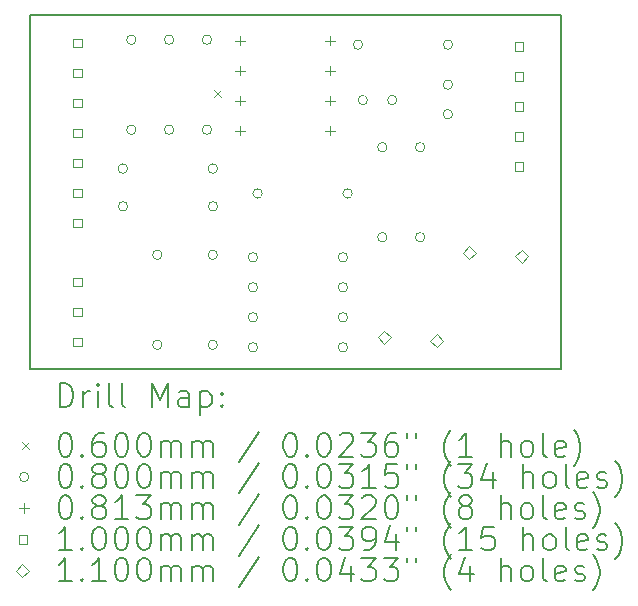
<source format=gbr>
%TF.GenerationSoftware,KiCad,Pcbnew,7.0.11-7.0.11~ubuntu22.04.1*%
%TF.CreationDate,2024-07-25T22:55:14-03:00*%
%TF.ProjectId,Fonte_corrente_mono_V01b_compacto,466f6e74-655f-4636-9f72-72656e74655f,rev?*%
%TF.SameCoordinates,Original*%
%TF.FileFunction,Drillmap*%
%TF.FilePolarity,Positive*%
%FSLAX45Y45*%
G04 Gerber Fmt 4.5, Leading zero omitted, Abs format (unit mm)*
G04 Created by KiCad (PCBNEW 7.0.11-7.0.11~ubuntu22.04.1) date 2024-07-25 22:55:14*
%MOMM*%
%LPD*%
G01*
G04 APERTURE LIST*
%ADD10C,0.150000*%
%ADD11C,0.200000*%
%ADD12C,0.100000*%
%ADD13C,0.110000*%
G04 APERTURE END LIST*
D10*
X19520000Y-11230000D02*
X24020000Y-11230000D01*
X19520000Y-8230000D02*
X24020000Y-8230000D01*
X19520000Y-11230000D02*
X19520000Y-8230000D01*
X24020000Y-11230000D02*
X24020000Y-8230000D01*
D11*
D12*
X21083150Y-8867950D02*
X21143150Y-8927950D01*
X21143150Y-8867950D02*
X21083150Y-8927950D01*
X20348000Y-9530000D02*
G75*
G03*
X20268000Y-9530000I-40000J0D01*
G01*
X20268000Y-9530000D02*
G75*
G03*
X20348000Y-9530000I40000J0D01*
G01*
X20350000Y-9850000D02*
G75*
G03*
X20270000Y-9850000I-40000J0D01*
G01*
X20270000Y-9850000D02*
G75*
G03*
X20350000Y-9850000I40000J0D01*
G01*
X20420000Y-8439000D02*
G75*
G03*
X20340000Y-8439000I-40000J0D01*
G01*
X20340000Y-8439000D02*
G75*
G03*
X20420000Y-8439000I40000J0D01*
G01*
X20420000Y-9201000D02*
G75*
G03*
X20340000Y-9201000I-40000J0D01*
G01*
X20340000Y-9201000D02*
G75*
G03*
X20420000Y-9201000I40000J0D01*
G01*
X20640000Y-10260000D02*
G75*
G03*
X20560000Y-10260000I-40000J0D01*
G01*
X20560000Y-10260000D02*
G75*
G03*
X20640000Y-10260000I40000J0D01*
G01*
X20640000Y-11022000D02*
G75*
G03*
X20560000Y-11022000I-40000J0D01*
G01*
X20560000Y-11022000D02*
G75*
G03*
X20640000Y-11022000I40000J0D01*
G01*
X20740000Y-8439000D02*
G75*
G03*
X20660000Y-8439000I-40000J0D01*
G01*
X20660000Y-8439000D02*
G75*
G03*
X20740000Y-8439000I40000J0D01*
G01*
X20740000Y-9201000D02*
G75*
G03*
X20660000Y-9201000I-40000J0D01*
G01*
X20660000Y-9201000D02*
G75*
G03*
X20740000Y-9201000I40000J0D01*
G01*
X21060000Y-8439000D02*
G75*
G03*
X20980000Y-8439000I-40000J0D01*
G01*
X20980000Y-8439000D02*
G75*
G03*
X21060000Y-8439000I40000J0D01*
G01*
X21060000Y-9201000D02*
G75*
G03*
X20980000Y-9201000I-40000J0D01*
G01*
X20980000Y-9201000D02*
G75*
G03*
X21060000Y-9201000I40000J0D01*
G01*
X21110000Y-9530000D02*
G75*
G03*
X21030000Y-9530000I-40000J0D01*
G01*
X21030000Y-9530000D02*
G75*
G03*
X21110000Y-9530000I40000J0D01*
G01*
X21110000Y-10260000D02*
G75*
G03*
X21030000Y-10260000I-40000J0D01*
G01*
X21030000Y-10260000D02*
G75*
G03*
X21110000Y-10260000I40000J0D01*
G01*
X21110000Y-11022000D02*
G75*
G03*
X21030000Y-11022000I-40000J0D01*
G01*
X21030000Y-11022000D02*
G75*
G03*
X21110000Y-11022000I40000J0D01*
G01*
X21112000Y-9850000D02*
G75*
G03*
X21032000Y-9850000I-40000J0D01*
G01*
X21032000Y-9850000D02*
G75*
G03*
X21112000Y-9850000I40000J0D01*
G01*
X21450000Y-10281000D02*
G75*
G03*
X21370000Y-10281000I-40000J0D01*
G01*
X21370000Y-10281000D02*
G75*
G03*
X21450000Y-10281000I40000J0D01*
G01*
X21450000Y-10535000D02*
G75*
G03*
X21370000Y-10535000I-40000J0D01*
G01*
X21370000Y-10535000D02*
G75*
G03*
X21450000Y-10535000I40000J0D01*
G01*
X21450000Y-10789000D02*
G75*
G03*
X21370000Y-10789000I-40000J0D01*
G01*
X21370000Y-10789000D02*
G75*
G03*
X21450000Y-10789000I40000J0D01*
G01*
X21450000Y-11043000D02*
G75*
G03*
X21370000Y-11043000I-40000J0D01*
G01*
X21370000Y-11043000D02*
G75*
G03*
X21450000Y-11043000I40000J0D01*
G01*
X21489000Y-9740000D02*
G75*
G03*
X21409000Y-9740000I-40000J0D01*
G01*
X21409000Y-9740000D02*
G75*
G03*
X21489000Y-9740000I40000J0D01*
G01*
X22212000Y-10281000D02*
G75*
G03*
X22132000Y-10281000I-40000J0D01*
G01*
X22132000Y-10281000D02*
G75*
G03*
X22212000Y-10281000I40000J0D01*
G01*
X22212000Y-10535000D02*
G75*
G03*
X22132000Y-10535000I-40000J0D01*
G01*
X22132000Y-10535000D02*
G75*
G03*
X22212000Y-10535000I40000J0D01*
G01*
X22212000Y-10789000D02*
G75*
G03*
X22132000Y-10789000I-40000J0D01*
G01*
X22132000Y-10789000D02*
G75*
G03*
X22212000Y-10789000I40000J0D01*
G01*
X22212000Y-11043000D02*
G75*
G03*
X22132000Y-11043000I-40000J0D01*
G01*
X22132000Y-11043000D02*
G75*
G03*
X22212000Y-11043000I40000J0D01*
G01*
X22251000Y-9740000D02*
G75*
G03*
X22171000Y-9740000I-40000J0D01*
G01*
X22171000Y-9740000D02*
G75*
G03*
X22251000Y-9740000I40000J0D01*
G01*
X22339000Y-8480000D02*
G75*
G03*
X22259000Y-8480000I-40000J0D01*
G01*
X22259000Y-8480000D02*
G75*
G03*
X22339000Y-8480000I40000J0D01*
G01*
X22379490Y-8950000D02*
G75*
G03*
X22299490Y-8950000I-40000J0D01*
G01*
X22299490Y-8950000D02*
G75*
G03*
X22379490Y-8950000I40000J0D01*
G01*
X22545000Y-9349000D02*
G75*
G03*
X22465000Y-9349000I-40000J0D01*
G01*
X22465000Y-9349000D02*
G75*
G03*
X22545000Y-9349000I40000J0D01*
G01*
X22545000Y-10111000D02*
G75*
G03*
X22465000Y-10111000I-40000J0D01*
G01*
X22465000Y-10111000D02*
G75*
G03*
X22545000Y-10111000I40000J0D01*
G01*
X22629490Y-8950000D02*
G75*
G03*
X22549490Y-8950000I-40000J0D01*
G01*
X22549490Y-8950000D02*
G75*
G03*
X22629490Y-8950000I40000J0D01*
G01*
X22865000Y-9349000D02*
G75*
G03*
X22785000Y-9349000I-40000J0D01*
G01*
X22785000Y-9349000D02*
G75*
G03*
X22865000Y-9349000I40000J0D01*
G01*
X22865000Y-10111000D02*
G75*
G03*
X22785000Y-10111000I-40000J0D01*
G01*
X22785000Y-10111000D02*
G75*
G03*
X22865000Y-10111000I40000J0D01*
G01*
X23100000Y-8819490D02*
G75*
G03*
X23020000Y-8819490I-40000J0D01*
G01*
X23020000Y-8819490D02*
G75*
G03*
X23100000Y-8819490I40000J0D01*
G01*
X23100000Y-9069490D02*
G75*
G03*
X23020000Y-9069490I-40000J0D01*
G01*
X23020000Y-9069490D02*
G75*
G03*
X23100000Y-9069490I40000J0D01*
G01*
X23101000Y-8480000D02*
G75*
G03*
X23021000Y-8480000I-40000J0D01*
G01*
X23021000Y-8480000D02*
G75*
G03*
X23101000Y-8480000I40000J0D01*
G01*
X21300000Y-8405360D02*
X21300000Y-8486640D01*
X21259360Y-8446000D02*
X21340640Y-8446000D01*
X21300000Y-8659360D02*
X21300000Y-8740640D01*
X21259360Y-8700000D02*
X21340640Y-8700000D01*
X21300000Y-8913360D02*
X21300000Y-8994640D01*
X21259360Y-8954000D02*
X21340640Y-8954000D01*
X21300000Y-9167360D02*
X21300000Y-9248640D01*
X21259360Y-9208000D02*
X21340640Y-9208000D01*
X22062000Y-8405360D02*
X22062000Y-8486640D01*
X22021360Y-8446000D02*
X22102640Y-8446000D01*
X22062000Y-8659360D02*
X22062000Y-8740640D01*
X22021360Y-8700000D02*
X22102640Y-8700000D01*
X22062000Y-8913360D02*
X22062000Y-8994640D01*
X22021360Y-8954000D02*
X22102640Y-8954000D01*
X22062000Y-9167360D02*
X22062000Y-9248640D01*
X22021360Y-9208000D02*
X22102640Y-9208000D01*
X19960356Y-8499356D02*
X19960356Y-8428644D01*
X19889644Y-8428644D01*
X19889644Y-8499356D01*
X19960356Y-8499356D01*
X19960356Y-8753356D02*
X19960356Y-8682644D01*
X19889644Y-8682644D01*
X19889644Y-8753356D01*
X19960356Y-8753356D01*
X19960356Y-9007356D02*
X19960356Y-8936644D01*
X19889644Y-8936644D01*
X19889644Y-9007356D01*
X19960356Y-9007356D01*
X19960356Y-9261356D02*
X19960356Y-9190644D01*
X19889644Y-9190644D01*
X19889644Y-9261356D01*
X19960356Y-9261356D01*
X19960356Y-9515356D02*
X19960356Y-9444644D01*
X19889644Y-9444644D01*
X19889644Y-9515356D01*
X19960356Y-9515356D01*
X19960356Y-9769356D02*
X19960356Y-9698644D01*
X19889644Y-9698644D01*
X19889644Y-9769356D01*
X19960356Y-9769356D01*
X19960356Y-10023356D02*
X19960356Y-9952644D01*
X19889644Y-9952644D01*
X19889644Y-10023356D01*
X19960356Y-10023356D01*
X19960356Y-10524856D02*
X19960356Y-10454144D01*
X19889644Y-10454144D01*
X19889644Y-10524856D01*
X19960356Y-10524856D01*
X19960356Y-10778856D02*
X19960356Y-10708144D01*
X19889644Y-10708144D01*
X19889644Y-10778856D01*
X19960356Y-10778856D01*
X19960356Y-11032856D02*
X19960356Y-10962144D01*
X19889644Y-10962144D01*
X19889644Y-11032856D01*
X19960356Y-11032856D01*
X23700356Y-8532356D02*
X23700356Y-8461644D01*
X23629644Y-8461644D01*
X23629644Y-8532356D01*
X23700356Y-8532356D01*
X23700356Y-8786356D02*
X23700356Y-8715644D01*
X23629644Y-8715644D01*
X23629644Y-8786356D01*
X23700356Y-8786356D01*
X23700356Y-9040356D02*
X23700356Y-8969644D01*
X23629644Y-8969644D01*
X23629644Y-9040356D01*
X23700356Y-9040356D01*
X23700356Y-9294356D02*
X23700356Y-9223644D01*
X23629644Y-9223644D01*
X23629644Y-9294356D01*
X23700356Y-9294356D01*
X23700356Y-9548356D02*
X23700356Y-9477644D01*
X23629644Y-9477644D01*
X23629644Y-9548356D01*
X23700356Y-9548356D01*
D13*
X22520789Y-11014211D02*
X22575789Y-10959211D01*
X22520789Y-10904211D01*
X22465789Y-10959211D01*
X22520789Y-11014211D01*
X22965790Y-11044210D02*
X23020790Y-10989210D01*
X22965790Y-10934210D01*
X22910790Y-10989210D01*
X22965790Y-11044210D01*
X23239210Y-10295790D02*
X23294210Y-10240790D01*
X23239210Y-10185790D01*
X23184210Y-10240790D01*
X23239210Y-10295790D01*
X23684210Y-10325790D02*
X23739210Y-10270790D01*
X23684210Y-10215790D01*
X23629210Y-10270790D01*
X23684210Y-10325790D01*
D11*
X19773277Y-11548984D02*
X19773277Y-11348984D01*
X19773277Y-11348984D02*
X19820896Y-11348984D01*
X19820896Y-11348984D02*
X19849467Y-11358508D01*
X19849467Y-11358508D02*
X19868515Y-11377555D01*
X19868515Y-11377555D02*
X19878039Y-11396603D01*
X19878039Y-11396603D02*
X19887563Y-11434698D01*
X19887563Y-11434698D02*
X19887563Y-11463269D01*
X19887563Y-11463269D02*
X19878039Y-11501365D01*
X19878039Y-11501365D02*
X19868515Y-11520412D01*
X19868515Y-11520412D02*
X19849467Y-11539460D01*
X19849467Y-11539460D02*
X19820896Y-11548984D01*
X19820896Y-11548984D02*
X19773277Y-11548984D01*
X19973277Y-11548984D02*
X19973277Y-11415650D01*
X19973277Y-11453746D02*
X19982801Y-11434698D01*
X19982801Y-11434698D02*
X19992324Y-11425174D01*
X19992324Y-11425174D02*
X20011372Y-11415650D01*
X20011372Y-11415650D02*
X20030420Y-11415650D01*
X20097086Y-11548984D02*
X20097086Y-11415650D01*
X20097086Y-11348984D02*
X20087563Y-11358508D01*
X20087563Y-11358508D02*
X20097086Y-11368031D01*
X20097086Y-11368031D02*
X20106610Y-11358508D01*
X20106610Y-11358508D02*
X20097086Y-11348984D01*
X20097086Y-11348984D02*
X20097086Y-11368031D01*
X20220896Y-11548984D02*
X20201848Y-11539460D01*
X20201848Y-11539460D02*
X20192324Y-11520412D01*
X20192324Y-11520412D02*
X20192324Y-11348984D01*
X20325658Y-11548984D02*
X20306610Y-11539460D01*
X20306610Y-11539460D02*
X20297086Y-11520412D01*
X20297086Y-11520412D02*
X20297086Y-11348984D01*
X20554229Y-11548984D02*
X20554229Y-11348984D01*
X20554229Y-11348984D02*
X20620896Y-11491841D01*
X20620896Y-11491841D02*
X20687563Y-11348984D01*
X20687563Y-11348984D02*
X20687563Y-11548984D01*
X20868515Y-11548984D02*
X20868515Y-11444222D01*
X20868515Y-11444222D02*
X20858991Y-11425174D01*
X20858991Y-11425174D02*
X20839944Y-11415650D01*
X20839944Y-11415650D02*
X20801848Y-11415650D01*
X20801848Y-11415650D02*
X20782801Y-11425174D01*
X20868515Y-11539460D02*
X20849467Y-11548984D01*
X20849467Y-11548984D02*
X20801848Y-11548984D01*
X20801848Y-11548984D02*
X20782801Y-11539460D01*
X20782801Y-11539460D02*
X20773277Y-11520412D01*
X20773277Y-11520412D02*
X20773277Y-11501365D01*
X20773277Y-11501365D02*
X20782801Y-11482317D01*
X20782801Y-11482317D02*
X20801848Y-11472793D01*
X20801848Y-11472793D02*
X20849467Y-11472793D01*
X20849467Y-11472793D02*
X20868515Y-11463269D01*
X20963753Y-11415650D02*
X20963753Y-11615650D01*
X20963753Y-11425174D02*
X20982801Y-11415650D01*
X20982801Y-11415650D02*
X21020896Y-11415650D01*
X21020896Y-11415650D02*
X21039944Y-11425174D01*
X21039944Y-11425174D02*
X21049467Y-11434698D01*
X21049467Y-11434698D02*
X21058991Y-11453746D01*
X21058991Y-11453746D02*
X21058991Y-11510888D01*
X21058991Y-11510888D02*
X21049467Y-11529936D01*
X21049467Y-11529936D02*
X21039944Y-11539460D01*
X21039944Y-11539460D02*
X21020896Y-11548984D01*
X21020896Y-11548984D02*
X20982801Y-11548984D01*
X20982801Y-11548984D02*
X20963753Y-11539460D01*
X21144705Y-11529936D02*
X21154229Y-11539460D01*
X21154229Y-11539460D02*
X21144705Y-11548984D01*
X21144705Y-11548984D02*
X21135182Y-11539460D01*
X21135182Y-11539460D02*
X21144705Y-11529936D01*
X21144705Y-11529936D02*
X21144705Y-11548984D01*
X21144705Y-11425174D02*
X21154229Y-11434698D01*
X21154229Y-11434698D02*
X21144705Y-11444222D01*
X21144705Y-11444222D02*
X21135182Y-11434698D01*
X21135182Y-11434698D02*
X21144705Y-11425174D01*
X21144705Y-11425174D02*
X21144705Y-11444222D01*
D12*
X19452500Y-11847500D02*
X19512500Y-11907500D01*
X19512500Y-11847500D02*
X19452500Y-11907500D01*
D11*
X19811372Y-11768984D02*
X19830420Y-11768984D01*
X19830420Y-11768984D02*
X19849467Y-11778508D01*
X19849467Y-11778508D02*
X19858991Y-11788031D01*
X19858991Y-11788031D02*
X19868515Y-11807079D01*
X19868515Y-11807079D02*
X19878039Y-11845174D01*
X19878039Y-11845174D02*
X19878039Y-11892793D01*
X19878039Y-11892793D02*
X19868515Y-11930888D01*
X19868515Y-11930888D02*
X19858991Y-11949936D01*
X19858991Y-11949936D02*
X19849467Y-11959460D01*
X19849467Y-11959460D02*
X19830420Y-11968984D01*
X19830420Y-11968984D02*
X19811372Y-11968984D01*
X19811372Y-11968984D02*
X19792324Y-11959460D01*
X19792324Y-11959460D02*
X19782801Y-11949936D01*
X19782801Y-11949936D02*
X19773277Y-11930888D01*
X19773277Y-11930888D02*
X19763753Y-11892793D01*
X19763753Y-11892793D02*
X19763753Y-11845174D01*
X19763753Y-11845174D02*
X19773277Y-11807079D01*
X19773277Y-11807079D02*
X19782801Y-11788031D01*
X19782801Y-11788031D02*
X19792324Y-11778508D01*
X19792324Y-11778508D02*
X19811372Y-11768984D01*
X19963753Y-11949936D02*
X19973277Y-11959460D01*
X19973277Y-11959460D02*
X19963753Y-11968984D01*
X19963753Y-11968984D02*
X19954229Y-11959460D01*
X19954229Y-11959460D02*
X19963753Y-11949936D01*
X19963753Y-11949936D02*
X19963753Y-11968984D01*
X20144705Y-11768984D02*
X20106610Y-11768984D01*
X20106610Y-11768984D02*
X20087563Y-11778508D01*
X20087563Y-11778508D02*
X20078039Y-11788031D01*
X20078039Y-11788031D02*
X20058991Y-11816603D01*
X20058991Y-11816603D02*
X20049467Y-11854698D01*
X20049467Y-11854698D02*
X20049467Y-11930888D01*
X20049467Y-11930888D02*
X20058991Y-11949936D01*
X20058991Y-11949936D02*
X20068515Y-11959460D01*
X20068515Y-11959460D02*
X20087563Y-11968984D01*
X20087563Y-11968984D02*
X20125658Y-11968984D01*
X20125658Y-11968984D02*
X20144705Y-11959460D01*
X20144705Y-11959460D02*
X20154229Y-11949936D01*
X20154229Y-11949936D02*
X20163753Y-11930888D01*
X20163753Y-11930888D02*
X20163753Y-11883269D01*
X20163753Y-11883269D02*
X20154229Y-11864222D01*
X20154229Y-11864222D02*
X20144705Y-11854698D01*
X20144705Y-11854698D02*
X20125658Y-11845174D01*
X20125658Y-11845174D02*
X20087563Y-11845174D01*
X20087563Y-11845174D02*
X20068515Y-11854698D01*
X20068515Y-11854698D02*
X20058991Y-11864222D01*
X20058991Y-11864222D02*
X20049467Y-11883269D01*
X20287563Y-11768984D02*
X20306610Y-11768984D01*
X20306610Y-11768984D02*
X20325658Y-11778508D01*
X20325658Y-11778508D02*
X20335182Y-11788031D01*
X20335182Y-11788031D02*
X20344705Y-11807079D01*
X20344705Y-11807079D02*
X20354229Y-11845174D01*
X20354229Y-11845174D02*
X20354229Y-11892793D01*
X20354229Y-11892793D02*
X20344705Y-11930888D01*
X20344705Y-11930888D02*
X20335182Y-11949936D01*
X20335182Y-11949936D02*
X20325658Y-11959460D01*
X20325658Y-11959460D02*
X20306610Y-11968984D01*
X20306610Y-11968984D02*
X20287563Y-11968984D01*
X20287563Y-11968984D02*
X20268515Y-11959460D01*
X20268515Y-11959460D02*
X20258991Y-11949936D01*
X20258991Y-11949936D02*
X20249467Y-11930888D01*
X20249467Y-11930888D02*
X20239944Y-11892793D01*
X20239944Y-11892793D02*
X20239944Y-11845174D01*
X20239944Y-11845174D02*
X20249467Y-11807079D01*
X20249467Y-11807079D02*
X20258991Y-11788031D01*
X20258991Y-11788031D02*
X20268515Y-11778508D01*
X20268515Y-11778508D02*
X20287563Y-11768984D01*
X20478039Y-11768984D02*
X20497086Y-11768984D01*
X20497086Y-11768984D02*
X20516134Y-11778508D01*
X20516134Y-11778508D02*
X20525658Y-11788031D01*
X20525658Y-11788031D02*
X20535182Y-11807079D01*
X20535182Y-11807079D02*
X20544705Y-11845174D01*
X20544705Y-11845174D02*
X20544705Y-11892793D01*
X20544705Y-11892793D02*
X20535182Y-11930888D01*
X20535182Y-11930888D02*
X20525658Y-11949936D01*
X20525658Y-11949936D02*
X20516134Y-11959460D01*
X20516134Y-11959460D02*
X20497086Y-11968984D01*
X20497086Y-11968984D02*
X20478039Y-11968984D01*
X20478039Y-11968984D02*
X20458991Y-11959460D01*
X20458991Y-11959460D02*
X20449467Y-11949936D01*
X20449467Y-11949936D02*
X20439944Y-11930888D01*
X20439944Y-11930888D02*
X20430420Y-11892793D01*
X20430420Y-11892793D02*
X20430420Y-11845174D01*
X20430420Y-11845174D02*
X20439944Y-11807079D01*
X20439944Y-11807079D02*
X20449467Y-11788031D01*
X20449467Y-11788031D02*
X20458991Y-11778508D01*
X20458991Y-11778508D02*
X20478039Y-11768984D01*
X20630420Y-11968984D02*
X20630420Y-11835650D01*
X20630420Y-11854698D02*
X20639944Y-11845174D01*
X20639944Y-11845174D02*
X20658991Y-11835650D01*
X20658991Y-11835650D02*
X20687563Y-11835650D01*
X20687563Y-11835650D02*
X20706610Y-11845174D01*
X20706610Y-11845174D02*
X20716134Y-11864222D01*
X20716134Y-11864222D02*
X20716134Y-11968984D01*
X20716134Y-11864222D02*
X20725658Y-11845174D01*
X20725658Y-11845174D02*
X20744705Y-11835650D01*
X20744705Y-11835650D02*
X20773277Y-11835650D01*
X20773277Y-11835650D02*
X20792325Y-11845174D01*
X20792325Y-11845174D02*
X20801848Y-11864222D01*
X20801848Y-11864222D02*
X20801848Y-11968984D01*
X20897086Y-11968984D02*
X20897086Y-11835650D01*
X20897086Y-11854698D02*
X20906610Y-11845174D01*
X20906610Y-11845174D02*
X20925658Y-11835650D01*
X20925658Y-11835650D02*
X20954229Y-11835650D01*
X20954229Y-11835650D02*
X20973277Y-11845174D01*
X20973277Y-11845174D02*
X20982801Y-11864222D01*
X20982801Y-11864222D02*
X20982801Y-11968984D01*
X20982801Y-11864222D02*
X20992325Y-11845174D01*
X20992325Y-11845174D02*
X21011372Y-11835650D01*
X21011372Y-11835650D02*
X21039944Y-11835650D01*
X21039944Y-11835650D02*
X21058991Y-11845174D01*
X21058991Y-11845174D02*
X21068515Y-11864222D01*
X21068515Y-11864222D02*
X21068515Y-11968984D01*
X21458991Y-11759460D02*
X21287563Y-12016603D01*
X21716134Y-11768984D02*
X21735182Y-11768984D01*
X21735182Y-11768984D02*
X21754229Y-11778508D01*
X21754229Y-11778508D02*
X21763753Y-11788031D01*
X21763753Y-11788031D02*
X21773277Y-11807079D01*
X21773277Y-11807079D02*
X21782801Y-11845174D01*
X21782801Y-11845174D02*
X21782801Y-11892793D01*
X21782801Y-11892793D02*
X21773277Y-11930888D01*
X21773277Y-11930888D02*
X21763753Y-11949936D01*
X21763753Y-11949936D02*
X21754229Y-11959460D01*
X21754229Y-11959460D02*
X21735182Y-11968984D01*
X21735182Y-11968984D02*
X21716134Y-11968984D01*
X21716134Y-11968984D02*
X21697087Y-11959460D01*
X21697087Y-11959460D02*
X21687563Y-11949936D01*
X21687563Y-11949936D02*
X21678039Y-11930888D01*
X21678039Y-11930888D02*
X21668515Y-11892793D01*
X21668515Y-11892793D02*
X21668515Y-11845174D01*
X21668515Y-11845174D02*
X21678039Y-11807079D01*
X21678039Y-11807079D02*
X21687563Y-11788031D01*
X21687563Y-11788031D02*
X21697087Y-11778508D01*
X21697087Y-11778508D02*
X21716134Y-11768984D01*
X21868515Y-11949936D02*
X21878039Y-11959460D01*
X21878039Y-11959460D02*
X21868515Y-11968984D01*
X21868515Y-11968984D02*
X21858991Y-11959460D01*
X21858991Y-11959460D02*
X21868515Y-11949936D01*
X21868515Y-11949936D02*
X21868515Y-11968984D01*
X22001848Y-11768984D02*
X22020896Y-11768984D01*
X22020896Y-11768984D02*
X22039944Y-11778508D01*
X22039944Y-11778508D02*
X22049468Y-11788031D01*
X22049468Y-11788031D02*
X22058991Y-11807079D01*
X22058991Y-11807079D02*
X22068515Y-11845174D01*
X22068515Y-11845174D02*
X22068515Y-11892793D01*
X22068515Y-11892793D02*
X22058991Y-11930888D01*
X22058991Y-11930888D02*
X22049468Y-11949936D01*
X22049468Y-11949936D02*
X22039944Y-11959460D01*
X22039944Y-11959460D02*
X22020896Y-11968984D01*
X22020896Y-11968984D02*
X22001848Y-11968984D01*
X22001848Y-11968984D02*
X21982801Y-11959460D01*
X21982801Y-11959460D02*
X21973277Y-11949936D01*
X21973277Y-11949936D02*
X21963753Y-11930888D01*
X21963753Y-11930888D02*
X21954229Y-11892793D01*
X21954229Y-11892793D02*
X21954229Y-11845174D01*
X21954229Y-11845174D02*
X21963753Y-11807079D01*
X21963753Y-11807079D02*
X21973277Y-11788031D01*
X21973277Y-11788031D02*
X21982801Y-11778508D01*
X21982801Y-11778508D02*
X22001848Y-11768984D01*
X22144706Y-11788031D02*
X22154229Y-11778508D01*
X22154229Y-11778508D02*
X22173277Y-11768984D01*
X22173277Y-11768984D02*
X22220896Y-11768984D01*
X22220896Y-11768984D02*
X22239944Y-11778508D01*
X22239944Y-11778508D02*
X22249468Y-11788031D01*
X22249468Y-11788031D02*
X22258991Y-11807079D01*
X22258991Y-11807079D02*
X22258991Y-11826127D01*
X22258991Y-11826127D02*
X22249468Y-11854698D01*
X22249468Y-11854698D02*
X22135182Y-11968984D01*
X22135182Y-11968984D02*
X22258991Y-11968984D01*
X22325658Y-11768984D02*
X22449467Y-11768984D01*
X22449467Y-11768984D02*
X22382801Y-11845174D01*
X22382801Y-11845174D02*
X22411372Y-11845174D01*
X22411372Y-11845174D02*
X22430420Y-11854698D01*
X22430420Y-11854698D02*
X22439944Y-11864222D01*
X22439944Y-11864222D02*
X22449467Y-11883269D01*
X22449467Y-11883269D02*
X22449467Y-11930888D01*
X22449467Y-11930888D02*
X22439944Y-11949936D01*
X22439944Y-11949936D02*
X22430420Y-11959460D01*
X22430420Y-11959460D02*
X22411372Y-11968984D01*
X22411372Y-11968984D02*
X22354229Y-11968984D01*
X22354229Y-11968984D02*
X22335182Y-11959460D01*
X22335182Y-11959460D02*
X22325658Y-11949936D01*
X22620896Y-11768984D02*
X22582801Y-11768984D01*
X22582801Y-11768984D02*
X22563753Y-11778508D01*
X22563753Y-11778508D02*
X22554229Y-11788031D01*
X22554229Y-11788031D02*
X22535182Y-11816603D01*
X22535182Y-11816603D02*
X22525658Y-11854698D01*
X22525658Y-11854698D02*
X22525658Y-11930888D01*
X22525658Y-11930888D02*
X22535182Y-11949936D01*
X22535182Y-11949936D02*
X22544706Y-11959460D01*
X22544706Y-11959460D02*
X22563753Y-11968984D01*
X22563753Y-11968984D02*
X22601848Y-11968984D01*
X22601848Y-11968984D02*
X22620896Y-11959460D01*
X22620896Y-11959460D02*
X22630420Y-11949936D01*
X22630420Y-11949936D02*
X22639944Y-11930888D01*
X22639944Y-11930888D02*
X22639944Y-11883269D01*
X22639944Y-11883269D02*
X22630420Y-11864222D01*
X22630420Y-11864222D02*
X22620896Y-11854698D01*
X22620896Y-11854698D02*
X22601848Y-11845174D01*
X22601848Y-11845174D02*
X22563753Y-11845174D01*
X22563753Y-11845174D02*
X22544706Y-11854698D01*
X22544706Y-11854698D02*
X22535182Y-11864222D01*
X22535182Y-11864222D02*
X22525658Y-11883269D01*
X22716134Y-11768984D02*
X22716134Y-11807079D01*
X22792325Y-11768984D02*
X22792325Y-11807079D01*
X23087563Y-12045174D02*
X23078039Y-12035650D01*
X23078039Y-12035650D02*
X23058991Y-12007079D01*
X23058991Y-12007079D02*
X23049468Y-11988031D01*
X23049468Y-11988031D02*
X23039944Y-11959460D01*
X23039944Y-11959460D02*
X23030420Y-11911841D01*
X23030420Y-11911841D02*
X23030420Y-11873746D01*
X23030420Y-11873746D02*
X23039944Y-11826127D01*
X23039944Y-11826127D02*
X23049468Y-11797555D01*
X23049468Y-11797555D02*
X23058991Y-11778508D01*
X23058991Y-11778508D02*
X23078039Y-11749936D01*
X23078039Y-11749936D02*
X23087563Y-11740412D01*
X23268515Y-11968984D02*
X23154229Y-11968984D01*
X23211372Y-11968984D02*
X23211372Y-11768984D01*
X23211372Y-11768984D02*
X23192325Y-11797555D01*
X23192325Y-11797555D02*
X23173277Y-11816603D01*
X23173277Y-11816603D02*
X23154229Y-11826127D01*
X23506610Y-11968984D02*
X23506610Y-11768984D01*
X23592325Y-11968984D02*
X23592325Y-11864222D01*
X23592325Y-11864222D02*
X23582801Y-11845174D01*
X23582801Y-11845174D02*
X23563753Y-11835650D01*
X23563753Y-11835650D02*
X23535182Y-11835650D01*
X23535182Y-11835650D02*
X23516134Y-11845174D01*
X23516134Y-11845174D02*
X23506610Y-11854698D01*
X23716134Y-11968984D02*
X23697087Y-11959460D01*
X23697087Y-11959460D02*
X23687563Y-11949936D01*
X23687563Y-11949936D02*
X23678039Y-11930888D01*
X23678039Y-11930888D02*
X23678039Y-11873746D01*
X23678039Y-11873746D02*
X23687563Y-11854698D01*
X23687563Y-11854698D02*
X23697087Y-11845174D01*
X23697087Y-11845174D02*
X23716134Y-11835650D01*
X23716134Y-11835650D02*
X23744706Y-11835650D01*
X23744706Y-11835650D02*
X23763753Y-11845174D01*
X23763753Y-11845174D02*
X23773277Y-11854698D01*
X23773277Y-11854698D02*
X23782801Y-11873746D01*
X23782801Y-11873746D02*
X23782801Y-11930888D01*
X23782801Y-11930888D02*
X23773277Y-11949936D01*
X23773277Y-11949936D02*
X23763753Y-11959460D01*
X23763753Y-11959460D02*
X23744706Y-11968984D01*
X23744706Y-11968984D02*
X23716134Y-11968984D01*
X23897087Y-11968984D02*
X23878039Y-11959460D01*
X23878039Y-11959460D02*
X23868515Y-11940412D01*
X23868515Y-11940412D02*
X23868515Y-11768984D01*
X24049468Y-11959460D02*
X24030420Y-11968984D01*
X24030420Y-11968984D02*
X23992325Y-11968984D01*
X23992325Y-11968984D02*
X23973277Y-11959460D01*
X23973277Y-11959460D02*
X23963753Y-11940412D01*
X23963753Y-11940412D02*
X23963753Y-11864222D01*
X23963753Y-11864222D02*
X23973277Y-11845174D01*
X23973277Y-11845174D02*
X23992325Y-11835650D01*
X23992325Y-11835650D02*
X24030420Y-11835650D01*
X24030420Y-11835650D02*
X24049468Y-11845174D01*
X24049468Y-11845174D02*
X24058991Y-11864222D01*
X24058991Y-11864222D02*
X24058991Y-11883269D01*
X24058991Y-11883269D02*
X23963753Y-11902317D01*
X24125658Y-12045174D02*
X24135182Y-12035650D01*
X24135182Y-12035650D02*
X24154230Y-12007079D01*
X24154230Y-12007079D02*
X24163753Y-11988031D01*
X24163753Y-11988031D02*
X24173277Y-11959460D01*
X24173277Y-11959460D02*
X24182801Y-11911841D01*
X24182801Y-11911841D02*
X24182801Y-11873746D01*
X24182801Y-11873746D02*
X24173277Y-11826127D01*
X24173277Y-11826127D02*
X24163753Y-11797555D01*
X24163753Y-11797555D02*
X24154230Y-11778508D01*
X24154230Y-11778508D02*
X24135182Y-11749936D01*
X24135182Y-11749936D02*
X24125658Y-11740412D01*
D12*
X19512500Y-12141500D02*
G75*
G03*
X19432500Y-12141500I-40000J0D01*
G01*
X19432500Y-12141500D02*
G75*
G03*
X19512500Y-12141500I40000J0D01*
G01*
D11*
X19811372Y-12032984D02*
X19830420Y-12032984D01*
X19830420Y-12032984D02*
X19849467Y-12042508D01*
X19849467Y-12042508D02*
X19858991Y-12052031D01*
X19858991Y-12052031D02*
X19868515Y-12071079D01*
X19868515Y-12071079D02*
X19878039Y-12109174D01*
X19878039Y-12109174D02*
X19878039Y-12156793D01*
X19878039Y-12156793D02*
X19868515Y-12194888D01*
X19868515Y-12194888D02*
X19858991Y-12213936D01*
X19858991Y-12213936D02*
X19849467Y-12223460D01*
X19849467Y-12223460D02*
X19830420Y-12232984D01*
X19830420Y-12232984D02*
X19811372Y-12232984D01*
X19811372Y-12232984D02*
X19792324Y-12223460D01*
X19792324Y-12223460D02*
X19782801Y-12213936D01*
X19782801Y-12213936D02*
X19773277Y-12194888D01*
X19773277Y-12194888D02*
X19763753Y-12156793D01*
X19763753Y-12156793D02*
X19763753Y-12109174D01*
X19763753Y-12109174D02*
X19773277Y-12071079D01*
X19773277Y-12071079D02*
X19782801Y-12052031D01*
X19782801Y-12052031D02*
X19792324Y-12042508D01*
X19792324Y-12042508D02*
X19811372Y-12032984D01*
X19963753Y-12213936D02*
X19973277Y-12223460D01*
X19973277Y-12223460D02*
X19963753Y-12232984D01*
X19963753Y-12232984D02*
X19954229Y-12223460D01*
X19954229Y-12223460D02*
X19963753Y-12213936D01*
X19963753Y-12213936D02*
X19963753Y-12232984D01*
X20087563Y-12118698D02*
X20068515Y-12109174D01*
X20068515Y-12109174D02*
X20058991Y-12099650D01*
X20058991Y-12099650D02*
X20049467Y-12080603D01*
X20049467Y-12080603D02*
X20049467Y-12071079D01*
X20049467Y-12071079D02*
X20058991Y-12052031D01*
X20058991Y-12052031D02*
X20068515Y-12042508D01*
X20068515Y-12042508D02*
X20087563Y-12032984D01*
X20087563Y-12032984D02*
X20125658Y-12032984D01*
X20125658Y-12032984D02*
X20144705Y-12042508D01*
X20144705Y-12042508D02*
X20154229Y-12052031D01*
X20154229Y-12052031D02*
X20163753Y-12071079D01*
X20163753Y-12071079D02*
X20163753Y-12080603D01*
X20163753Y-12080603D02*
X20154229Y-12099650D01*
X20154229Y-12099650D02*
X20144705Y-12109174D01*
X20144705Y-12109174D02*
X20125658Y-12118698D01*
X20125658Y-12118698D02*
X20087563Y-12118698D01*
X20087563Y-12118698D02*
X20068515Y-12128222D01*
X20068515Y-12128222D02*
X20058991Y-12137746D01*
X20058991Y-12137746D02*
X20049467Y-12156793D01*
X20049467Y-12156793D02*
X20049467Y-12194888D01*
X20049467Y-12194888D02*
X20058991Y-12213936D01*
X20058991Y-12213936D02*
X20068515Y-12223460D01*
X20068515Y-12223460D02*
X20087563Y-12232984D01*
X20087563Y-12232984D02*
X20125658Y-12232984D01*
X20125658Y-12232984D02*
X20144705Y-12223460D01*
X20144705Y-12223460D02*
X20154229Y-12213936D01*
X20154229Y-12213936D02*
X20163753Y-12194888D01*
X20163753Y-12194888D02*
X20163753Y-12156793D01*
X20163753Y-12156793D02*
X20154229Y-12137746D01*
X20154229Y-12137746D02*
X20144705Y-12128222D01*
X20144705Y-12128222D02*
X20125658Y-12118698D01*
X20287563Y-12032984D02*
X20306610Y-12032984D01*
X20306610Y-12032984D02*
X20325658Y-12042508D01*
X20325658Y-12042508D02*
X20335182Y-12052031D01*
X20335182Y-12052031D02*
X20344705Y-12071079D01*
X20344705Y-12071079D02*
X20354229Y-12109174D01*
X20354229Y-12109174D02*
X20354229Y-12156793D01*
X20354229Y-12156793D02*
X20344705Y-12194888D01*
X20344705Y-12194888D02*
X20335182Y-12213936D01*
X20335182Y-12213936D02*
X20325658Y-12223460D01*
X20325658Y-12223460D02*
X20306610Y-12232984D01*
X20306610Y-12232984D02*
X20287563Y-12232984D01*
X20287563Y-12232984D02*
X20268515Y-12223460D01*
X20268515Y-12223460D02*
X20258991Y-12213936D01*
X20258991Y-12213936D02*
X20249467Y-12194888D01*
X20249467Y-12194888D02*
X20239944Y-12156793D01*
X20239944Y-12156793D02*
X20239944Y-12109174D01*
X20239944Y-12109174D02*
X20249467Y-12071079D01*
X20249467Y-12071079D02*
X20258991Y-12052031D01*
X20258991Y-12052031D02*
X20268515Y-12042508D01*
X20268515Y-12042508D02*
X20287563Y-12032984D01*
X20478039Y-12032984D02*
X20497086Y-12032984D01*
X20497086Y-12032984D02*
X20516134Y-12042508D01*
X20516134Y-12042508D02*
X20525658Y-12052031D01*
X20525658Y-12052031D02*
X20535182Y-12071079D01*
X20535182Y-12071079D02*
X20544705Y-12109174D01*
X20544705Y-12109174D02*
X20544705Y-12156793D01*
X20544705Y-12156793D02*
X20535182Y-12194888D01*
X20535182Y-12194888D02*
X20525658Y-12213936D01*
X20525658Y-12213936D02*
X20516134Y-12223460D01*
X20516134Y-12223460D02*
X20497086Y-12232984D01*
X20497086Y-12232984D02*
X20478039Y-12232984D01*
X20478039Y-12232984D02*
X20458991Y-12223460D01*
X20458991Y-12223460D02*
X20449467Y-12213936D01*
X20449467Y-12213936D02*
X20439944Y-12194888D01*
X20439944Y-12194888D02*
X20430420Y-12156793D01*
X20430420Y-12156793D02*
X20430420Y-12109174D01*
X20430420Y-12109174D02*
X20439944Y-12071079D01*
X20439944Y-12071079D02*
X20449467Y-12052031D01*
X20449467Y-12052031D02*
X20458991Y-12042508D01*
X20458991Y-12042508D02*
X20478039Y-12032984D01*
X20630420Y-12232984D02*
X20630420Y-12099650D01*
X20630420Y-12118698D02*
X20639944Y-12109174D01*
X20639944Y-12109174D02*
X20658991Y-12099650D01*
X20658991Y-12099650D02*
X20687563Y-12099650D01*
X20687563Y-12099650D02*
X20706610Y-12109174D01*
X20706610Y-12109174D02*
X20716134Y-12128222D01*
X20716134Y-12128222D02*
X20716134Y-12232984D01*
X20716134Y-12128222D02*
X20725658Y-12109174D01*
X20725658Y-12109174D02*
X20744705Y-12099650D01*
X20744705Y-12099650D02*
X20773277Y-12099650D01*
X20773277Y-12099650D02*
X20792325Y-12109174D01*
X20792325Y-12109174D02*
X20801848Y-12128222D01*
X20801848Y-12128222D02*
X20801848Y-12232984D01*
X20897086Y-12232984D02*
X20897086Y-12099650D01*
X20897086Y-12118698D02*
X20906610Y-12109174D01*
X20906610Y-12109174D02*
X20925658Y-12099650D01*
X20925658Y-12099650D02*
X20954229Y-12099650D01*
X20954229Y-12099650D02*
X20973277Y-12109174D01*
X20973277Y-12109174D02*
X20982801Y-12128222D01*
X20982801Y-12128222D02*
X20982801Y-12232984D01*
X20982801Y-12128222D02*
X20992325Y-12109174D01*
X20992325Y-12109174D02*
X21011372Y-12099650D01*
X21011372Y-12099650D02*
X21039944Y-12099650D01*
X21039944Y-12099650D02*
X21058991Y-12109174D01*
X21058991Y-12109174D02*
X21068515Y-12128222D01*
X21068515Y-12128222D02*
X21068515Y-12232984D01*
X21458991Y-12023460D02*
X21287563Y-12280603D01*
X21716134Y-12032984D02*
X21735182Y-12032984D01*
X21735182Y-12032984D02*
X21754229Y-12042508D01*
X21754229Y-12042508D02*
X21763753Y-12052031D01*
X21763753Y-12052031D02*
X21773277Y-12071079D01*
X21773277Y-12071079D02*
X21782801Y-12109174D01*
X21782801Y-12109174D02*
X21782801Y-12156793D01*
X21782801Y-12156793D02*
X21773277Y-12194888D01*
X21773277Y-12194888D02*
X21763753Y-12213936D01*
X21763753Y-12213936D02*
X21754229Y-12223460D01*
X21754229Y-12223460D02*
X21735182Y-12232984D01*
X21735182Y-12232984D02*
X21716134Y-12232984D01*
X21716134Y-12232984D02*
X21697087Y-12223460D01*
X21697087Y-12223460D02*
X21687563Y-12213936D01*
X21687563Y-12213936D02*
X21678039Y-12194888D01*
X21678039Y-12194888D02*
X21668515Y-12156793D01*
X21668515Y-12156793D02*
X21668515Y-12109174D01*
X21668515Y-12109174D02*
X21678039Y-12071079D01*
X21678039Y-12071079D02*
X21687563Y-12052031D01*
X21687563Y-12052031D02*
X21697087Y-12042508D01*
X21697087Y-12042508D02*
X21716134Y-12032984D01*
X21868515Y-12213936D02*
X21878039Y-12223460D01*
X21878039Y-12223460D02*
X21868515Y-12232984D01*
X21868515Y-12232984D02*
X21858991Y-12223460D01*
X21858991Y-12223460D02*
X21868515Y-12213936D01*
X21868515Y-12213936D02*
X21868515Y-12232984D01*
X22001848Y-12032984D02*
X22020896Y-12032984D01*
X22020896Y-12032984D02*
X22039944Y-12042508D01*
X22039944Y-12042508D02*
X22049468Y-12052031D01*
X22049468Y-12052031D02*
X22058991Y-12071079D01*
X22058991Y-12071079D02*
X22068515Y-12109174D01*
X22068515Y-12109174D02*
X22068515Y-12156793D01*
X22068515Y-12156793D02*
X22058991Y-12194888D01*
X22058991Y-12194888D02*
X22049468Y-12213936D01*
X22049468Y-12213936D02*
X22039944Y-12223460D01*
X22039944Y-12223460D02*
X22020896Y-12232984D01*
X22020896Y-12232984D02*
X22001848Y-12232984D01*
X22001848Y-12232984D02*
X21982801Y-12223460D01*
X21982801Y-12223460D02*
X21973277Y-12213936D01*
X21973277Y-12213936D02*
X21963753Y-12194888D01*
X21963753Y-12194888D02*
X21954229Y-12156793D01*
X21954229Y-12156793D02*
X21954229Y-12109174D01*
X21954229Y-12109174D02*
X21963753Y-12071079D01*
X21963753Y-12071079D02*
X21973277Y-12052031D01*
X21973277Y-12052031D02*
X21982801Y-12042508D01*
X21982801Y-12042508D02*
X22001848Y-12032984D01*
X22135182Y-12032984D02*
X22258991Y-12032984D01*
X22258991Y-12032984D02*
X22192325Y-12109174D01*
X22192325Y-12109174D02*
X22220896Y-12109174D01*
X22220896Y-12109174D02*
X22239944Y-12118698D01*
X22239944Y-12118698D02*
X22249468Y-12128222D01*
X22249468Y-12128222D02*
X22258991Y-12147269D01*
X22258991Y-12147269D02*
X22258991Y-12194888D01*
X22258991Y-12194888D02*
X22249468Y-12213936D01*
X22249468Y-12213936D02*
X22239944Y-12223460D01*
X22239944Y-12223460D02*
X22220896Y-12232984D01*
X22220896Y-12232984D02*
X22163753Y-12232984D01*
X22163753Y-12232984D02*
X22144706Y-12223460D01*
X22144706Y-12223460D02*
X22135182Y-12213936D01*
X22449467Y-12232984D02*
X22335182Y-12232984D01*
X22392325Y-12232984D02*
X22392325Y-12032984D01*
X22392325Y-12032984D02*
X22373277Y-12061555D01*
X22373277Y-12061555D02*
X22354229Y-12080603D01*
X22354229Y-12080603D02*
X22335182Y-12090127D01*
X22630420Y-12032984D02*
X22535182Y-12032984D01*
X22535182Y-12032984D02*
X22525658Y-12128222D01*
X22525658Y-12128222D02*
X22535182Y-12118698D01*
X22535182Y-12118698D02*
X22554229Y-12109174D01*
X22554229Y-12109174D02*
X22601848Y-12109174D01*
X22601848Y-12109174D02*
X22620896Y-12118698D01*
X22620896Y-12118698D02*
X22630420Y-12128222D01*
X22630420Y-12128222D02*
X22639944Y-12147269D01*
X22639944Y-12147269D02*
X22639944Y-12194888D01*
X22639944Y-12194888D02*
X22630420Y-12213936D01*
X22630420Y-12213936D02*
X22620896Y-12223460D01*
X22620896Y-12223460D02*
X22601848Y-12232984D01*
X22601848Y-12232984D02*
X22554229Y-12232984D01*
X22554229Y-12232984D02*
X22535182Y-12223460D01*
X22535182Y-12223460D02*
X22525658Y-12213936D01*
X22716134Y-12032984D02*
X22716134Y-12071079D01*
X22792325Y-12032984D02*
X22792325Y-12071079D01*
X23087563Y-12309174D02*
X23078039Y-12299650D01*
X23078039Y-12299650D02*
X23058991Y-12271079D01*
X23058991Y-12271079D02*
X23049468Y-12252031D01*
X23049468Y-12252031D02*
X23039944Y-12223460D01*
X23039944Y-12223460D02*
X23030420Y-12175841D01*
X23030420Y-12175841D02*
X23030420Y-12137746D01*
X23030420Y-12137746D02*
X23039944Y-12090127D01*
X23039944Y-12090127D02*
X23049468Y-12061555D01*
X23049468Y-12061555D02*
X23058991Y-12042508D01*
X23058991Y-12042508D02*
X23078039Y-12013936D01*
X23078039Y-12013936D02*
X23087563Y-12004412D01*
X23144706Y-12032984D02*
X23268515Y-12032984D01*
X23268515Y-12032984D02*
X23201848Y-12109174D01*
X23201848Y-12109174D02*
X23230420Y-12109174D01*
X23230420Y-12109174D02*
X23249468Y-12118698D01*
X23249468Y-12118698D02*
X23258991Y-12128222D01*
X23258991Y-12128222D02*
X23268515Y-12147269D01*
X23268515Y-12147269D02*
X23268515Y-12194888D01*
X23268515Y-12194888D02*
X23258991Y-12213936D01*
X23258991Y-12213936D02*
X23249468Y-12223460D01*
X23249468Y-12223460D02*
X23230420Y-12232984D01*
X23230420Y-12232984D02*
X23173277Y-12232984D01*
X23173277Y-12232984D02*
X23154229Y-12223460D01*
X23154229Y-12223460D02*
X23144706Y-12213936D01*
X23439944Y-12099650D02*
X23439944Y-12232984D01*
X23392325Y-12023460D02*
X23344706Y-12166317D01*
X23344706Y-12166317D02*
X23468515Y-12166317D01*
X23697087Y-12232984D02*
X23697087Y-12032984D01*
X23782801Y-12232984D02*
X23782801Y-12128222D01*
X23782801Y-12128222D02*
X23773277Y-12109174D01*
X23773277Y-12109174D02*
X23754230Y-12099650D01*
X23754230Y-12099650D02*
X23725658Y-12099650D01*
X23725658Y-12099650D02*
X23706610Y-12109174D01*
X23706610Y-12109174D02*
X23697087Y-12118698D01*
X23906610Y-12232984D02*
X23887563Y-12223460D01*
X23887563Y-12223460D02*
X23878039Y-12213936D01*
X23878039Y-12213936D02*
X23868515Y-12194888D01*
X23868515Y-12194888D02*
X23868515Y-12137746D01*
X23868515Y-12137746D02*
X23878039Y-12118698D01*
X23878039Y-12118698D02*
X23887563Y-12109174D01*
X23887563Y-12109174D02*
X23906610Y-12099650D01*
X23906610Y-12099650D02*
X23935182Y-12099650D01*
X23935182Y-12099650D02*
X23954230Y-12109174D01*
X23954230Y-12109174D02*
X23963753Y-12118698D01*
X23963753Y-12118698D02*
X23973277Y-12137746D01*
X23973277Y-12137746D02*
X23973277Y-12194888D01*
X23973277Y-12194888D02*
X23963753Y-12213936D01*
X23963753Y-12213936D02*
X23954230Y-12223460D01*
X23954230Y-12223460D02*
X23935182Y-12232984D01*
X23935182Y-12232984D02*
X23906610Y-12232984D01*
X24087563Y-12232984D02*
X24068515Y-12223460D01*
X24068515Y-12223460D02*
X24058991Y-12204412D01*
X24058991Y-12204412D02*
X24058991Y-12032984D01*
X24239944Y-12223460D02*
X24220896Y-12232984D01*
X24220896Y-12232984D02*
X24182801Y-12232984D01*
X24182801Y-12232984D02*
X24163753Y-12223460D01*
X24163753Y-12223460D02*
X24154230Y-12204412D01*
X24154230Y-12204412D02*
X24154230Y-12128222D01*
X24154230Y-12128222D02*
X24163753Y-12109174D01*
X24163753Y-12109174D02*
X24182801Y-12099650D01*
X24182801Y-12099650D02*
X24220896Y-12099650D01*
X24220896Y-12099650D02*
X24239944Y-12109174D01*
X24239944Y-12109174D02*
X24249468Y-12128222D01*
X24249468Y-12128222D02*
X24249468Y-12147269D01*
X24249468Y-12147269D02*
X24154230Y-12166317D01*
X24325658Y-12223460D02*
X24344706Y-12232984D01*
X24344706Y-12232984D02*
X24382801Y-12232984D01*
X24382801Y-12232984D02*
X24401849Y-12223460D01*
X24401849Y-12223460D02*
X24411372Y-12204412D01*
X24411372Y-12204412D02*
X24411372Y-12194888D01*
X24411372Y-12194888D02*
X24401849Y-12175841D01*
X24401849Y-12175841D02*
X24382801Y-12166317D01*
X24382801Y-12166317D02*
X24354230Y-12166317D01*
X24354230Y-12166317D02*
X24335182Y-12156793D01*
X24335182Y-12156793D02*
X24325658Y-12137746D01*
X24325658Y-12137746D02*
X24325658Y-12128222D01*
X24325658Y-12128222D02*
X24335182Y-12109174D01*
X24335182Y-12109174D02*
X24354230Y-12099650D01*
X24354230Y-12099650D02*
X24382801Y-12099650D01*
X24382801Y-12099650D02*
X24401849Y-12109174D01*
X24478039Y-12309174D02*
X24487563Y-12299650D01*
X24487563Y-12299650D02*
X24506611Y-12271079D01*
X24506611Y-12271079D02*
X24516134Y-12252031D01*
X24516134Y-12252031D02*
X24525658Y-12223460D01*
X24525658Y-12223460D02*
X24535182Y-12175841D01*
X24535182Y-12175841D02*
X24535182Y-12137746D01*
X24535182Y-12137746D02*
X24525658Y-12090127D01*
X24525658Y-12090127D02*
X24516134Y-12061555D01*
X24516134Y-12061555D02*
X24506611Y-12042508D01*
X24506611Y-12042508D02*
X24487563Y-12013936D01*
X24487563Y-12013936D02*
X24478039Y-12004412D01*
D12*
X19471860Y-12364860D02*
X19471860Y-12446140D01*
X19431220Y-12405500D02*
X19512500Y-12405500D01*
D11*
X19811372Y-12296984D02*
X19830420Y-12296984D01*
X19830420Y-12296984D02*
X19849467Y-12306508D01*
X19849467Y-12306508D02*
X19858991Y-12316031D01*
X19858991Y-12316031D02*
X19868515Y-12335079D01*
X19868515Y-12335079D02*
X19878039Y-12373174D01*
X19878039Y-12373174D02*
X19878039Y-12420793D01*
X19878039Y-12420793D02*
X19868515Y-12458888D01*
X19868515Y-12458888D02*
X19858991Y-12477936D01*
X19858991Y-12477936D02*
X19849467Y-12487460D01*
X19849467Y-12487460D02*
X19830420Y-12496984D01*
X19830420Y-12496984D02*
X19811372Y-12496984D01*
X19811372Y-12496984D02*
X19792324Y-12487460D01*
X19792324Y-12487460D02*
X19782801Y-12477936D01*
X19782801Y-12477936D02*
X19773277Y-12458888D01*
X19773277Y-12458888D02*
X19763753Y-12420793D01*
X19763753Y-12420793D02*
X19763753Y-12373174D01*
X19763753Y-12373174D02*
X19773277Y-12335079D01*
X19773277Y-12335079D02*
X19782801Y-12316031D01*
X19782801Y-12316031D02*
X19792324Y-12306508D01*
X19792324Y-12306508D02*
X19811372Y-12296984D01*
X19963753Y-12477936D02*
X19973277Y-12487460D01*
X19973277Y-12487460D02*
X19963753Y-12496984D01*
X19963753Y-12496984D02*
X19954229Y-12487460D01*
X19954229Y-12487460D02*
X19963753Y-12477936D01*
X19963753Y-12477936D02*
X19963753Y-12496984D01*
X20087563Y-12382698D02*
X20068515Y-12373174D01*
X20068515Y-12373174D02*
X20058991Y-12363650D01*
X20058991Y-12363650D02*
X20049467Y-12344603D01*
X20049467Y-12344603D02*
X20049467Y-12335079D01*
X20049467Y-12335079D02*
X20058991Y-12316031D01*
X20058991Y-12316031D02*
X20068515Y-12306508D01*
X20068515Y-12306508D02*
X20087563Y-12296984D01*
X20087563Y-12296984D02*
X20125658Y-12296984D01*
X20125658Y-12296984D02*
X20144705Y-12306508D01*
X20144705Y-12306508D02*
X20154229Y-12316031D01*
X20154229Y-12316031D02*
X20163753Y-12335079D01*
X20163753Y-12335079D02*
X20163753Y-12344603D01*
X20163753Y-12344603D02*
X20154229Y-12363650D01*
X20154229Y-12363650D02*
X20144705Y-12373174D01*
X20144705Y-12373174D02*
X20125658Y-12382698D01*
X20125658Y-12382698D02*
X20087563Y-12382698D01*
X20087563Y-12382698D02*
X20068515Y-12392222D01*
X20068515Y-12392222D02*
X20058991Y-12401746D01*
X20058991Y-12401746D02*
X20049467Y-12420793D01*
X20049467Y-12420793D02*
X20049467Y-12458888D01*
X20049467Y-12458888D02*
X20058991Y-12477936D01*
X20058991Y-12477936D02*
X20068515Y-12487460D01*
X20068515Y-12487460D02*
X20087563Y-12496984D01*
X20087563Y-12496984D02*
X20125658Y-12496984D01*
X20125658Y-12496984D02*
X20144705Y-12487460D01*
X20144705Y-12487460D02*
X20154229Y-12477936D01*
X20154229Y-12477936D02*
X20163753Y-12458888D01*
X20163753Y-12458888D02*
X20163753Y-12420793D01*
X20163753Y-12420793D02*
X20154229Y-12401746D01*
X20154229Y-12401746D02*
X20144705Y-12392222D01*
X20144705Y-12392222D02*
X20125658Y-12382698D01*
X20354229Y-12496984D02*
X20239944Y-12496984D01*
X20297086Y-12496984D02*
X20297086Y-12296984D01*
X20297086Y-12296984D02*
X20278039Y-12325555D01*
X20278039Y-12325555D02*
X20258991Y-12344603D01*
X20258991Y-12344603D02*
X20239944Y-12354127D01*
X20420896Y-12296984D02*
X20544705Y-12296984D01*
X20544705Y-12296984D02*
X20478039Y-12373174D01*
X20478039Y-12373174D02*
X20506610Y-12373174D01*
X20506610Y-12373174D02*
X20525658Y-12382698D01*
X20525658Y-12382698D02*
X20535182Y-12392222D01*
X20535182Y-12392222D02*
X20544705Y-12411269D01*
X20544705Y-12411269D02*
X20544705Y-12458888D01*
X20544705Y-12458888D02*
X20535182Y-12477936D01*
X20535182Y-12477936D02*
X20525658Y-12487460D01*
X20525658Y-12487460D02*
X20506610Y-12496984D01*
X20506610Y-12496984D02*
X20449467Y-12496984D01*
X20449467Y-12496984D02*
X20430420Y-12487460D01*
X20430420Y-12487460D02*
X20420896Y-12477936D01*
X20630420Y-12496984D02*
X20630420Y-12363650D01*
X20630420Y-12382698D02*
X20639944Y-12373174D01*
X20639944Y-12373174D02*
X20658991Y-12363650D01*
X20658991Y-12363650D02*
X20687563Y-12363650D01*
X20687563Y-12363650D02*
X20706610Y-12373174D01*
X20706610Y-12373174D02*
X20716134Y-12392222D01*
X20716134Y-12392222D02*
X20716134Y-12496984D01*
X20716134Y-12392222D02*
X20725658Y-12373174D01*
X20725658Y-12373174D02*
X20744705Y-12363650D01*
X20744705Y-12363650D02*
X20773277Y-12363650D01*
X20773277Y-12363650D02*
X20792325Y-12373174D01*
X20792325Y-12373174D02*
X20801848Y-12392222D01*
X20801848Y-12392222D02*
X20801848Y-12496984D01*
X20897086Y-12496984D02*
X20897086Y-12363650D01*
X20897086Y-12382698D02*
X20906610Y-12373174D01*
X20906610Y-12373174D02*
X20925658Y-12363650D01*
X20925658Y-12363650D02*
X20954229Y-12363650D01*
X20954229Y-12363650D02*
X20973277Y-12373174D01*
X20973277Y-12373174D02*
X20982801Y-12392222D01*
X20982801Y-12392222D02*
X20982801Y-12496984D01*
X20982801Y-12392222D02*
X20992325Y-12373174D01*
X20992325Y-12373174D02*
X21011372Y-12363650D01*
X21011372Y-12363650D02*
X21039944Y-12363650D01*
X21039944Y-12363650D02*
X21058991Y-12373174D01*
X21058991Y-12373174D02*
X21068515Y-12392222D01*
X21068515Y-12392222D02*
X21068515Y-12496984D01*
X21458991Y-12287460D02*
X21287563Y-12544603D01*
X21716134Y-12296984D02*
X21735182Y-12296984D01*
X21735182Y-12296984D02*
X21754229Y-12306508D01*
X21754229Y-12306508D02*
X21763753Y-12316031D01*
X21763753Y-12316031D02*
X21773277Y-12335079D01*
X21773277Y-12335079D02*
X21782801Y-12373174D01*
X21782801Y-12373174D02*
X21782801Y-12420793D01*
X21782801Y-12420793D02*
X21773277Y-12458888D01*
X21773277Y-12458888D02*
X21763753Y-12477936D01*
X21763753Y-12477936D02*
X21754229Y-12487460D01*
X21754229Y-12487460D02*
X21735182Y-12496984D01*
X21735182Y-12496984D02*
X21716134Y-12496984D01*
X21716134Y-12496984D02*
X21697087Y-12487460D01*
X21697087Y-12487460D02*
X21687563Y-12477936D01*
X21687563Y-12477936D02*
X21678039Y-12458888D01*
X21678039Y-12458888D02*
X21668515Y-12420793D01*
X21668515Y-12420793D02*
X21668515Y-12373174D01*
X21668515Y-12373174D02*
X21678039Y-12335079D01*
X21678039Y-12335079D02*
X21687563Y-12316031D01*
X21687563Y-12316031D02*
X21697087Y-12306508D01*
X21697087Y-12306508D02*
X21716134Y-12296984D01*
X21868515Y-12477936D02*
X21878039Y-12487460D01*
X21878039Y-12487460D02*
X21868515Y-12496984D01*
X21868515Y-12496984D02*
X21858991Y-12487460D01*
X21858991Y-12487460D02*
X21868515Y-12477936D01*
X21868515Y-12477936D02*
X21868515Y-12496984D01*
X22001848Y-12296984D02*
X22020896Y-12296984D01*
X22020896Y-12296984D02*
X22039944Y-12306508D01*
X22039944Y-12306508D02*
X22049468Y-12316031D01*
X22049468Y-12316031D02*
X22058991Y-12335079D01*
X22058991Y-12335079D02*
X22068515Y-12373174D01*
X22068515Y-12373174D02*
X22068515Y-12420793D01*
X22068515Y-12420793D02*
X22058991Y-12458888D01*
X22058991Y-12458888D02*
X22049468Y-12477936D01*
X22049468Y-12477936D02*
X22039944Y-12487460D01*
X22039944Y-12487460D02*
X22020896Y-12496984D01*
X22020896Y-12496984D02*
X22001848Y-12496984D01*
X22001848Y-12496984D02*
X21982801Y-12487460D01*
X21982801Y-12487460D02*
X21973277Y-12477936D01*
X21973277Y-12477936D02*
X21963753Y-12458888D01*
X21963753Y-12458888D02*
X21954229Y-12420793D01*
X21954229Y-12420793D02*
X21954229Y-12373174D01*
X21954229Y-12373174D02*
X21963753Y-12335079D01*
X21963753Y-12335079D02*
X21973277Y-12316031D01*
X21973277Y-12316031D02*
X21982801Y-12306508D01*
X21982801Y-12306508D02*
X22001848Y-12296984D01*
X22135182Y-12296984D02*
X22258991Y-12296984D01*
X22258991Y-12296984D02*
X22192325Y-12373174D01*
X22192325Y-12373174D02*
X22220896Y-12373174D01*
X22220896Y-12373174D02*
X22239944Y-12382698D01*
X22239944Y-12382698D02*
X22249468Y-12392222D01*
X22249468Y-12392222D02*
X22258991Y-12411269D01*
X22258991Y-12411269D02*
X22258991Y-12458888D01*
X22258991Y-12458888D02*
X22249468Y-12477936D01*
X22249468Y-12477936D02*
X22239944Y-12487460D01*
X22239944Y-12487460D02*
X22220896Y-12496984D01*
X22220896Y-12496984D02*
X22163753Y-12496984D01*
X22163753Y-12496984D02*
X22144706Y-12487460D01*
X22144706Y-12487460D02*
X22135182Y-12477936D01*
X22335182Y-12316031D02*
X22344706Y-12306508D01*
X22344706Y-12306508D02*
X22363753Y-12296984D01*
X22363753Y-12296984D02*
X22411372Y-12296984D01*
X22411372Y-12296984D02*
X22430420Y-12306508D01*
X22430420Y-12306508D02*
X22439944Y-12316031D01*
X22439944Y-12316031D02*
X22449467Y-12335079D01*
X22449467Y-12335079D02*
X22449467Y-12354127D01*
X22449467Y-12354127D02*
X22439944Y-12382698D01*
X22439944Y-12382698D02*
X22325658Y-12496984D01*
X22325658Y-12496984D02*
X22449467Y-12496984D01*
X22573277Y-12296984D02*
X22592325Y-12296984D01*
X22592325Y-12296984D02*
X22611372Y-12306508D01*
X22611372Y-12306508D02*
X22620896Y-12316031D01*
X22620896Y-12316031D02*
X22630420Y-12335079D01*
X22630420Y-12335079D02*
X22639944Y-12373174D01*
X22639944Y-12373174D02*
X22639944Y-12420793D01*
X22639944Y-12420793D02*
X22630420Y-12458888D01*
X22630420Y-12458888D02*
X22620896Y-12477936D01*
X22620896Y-12477936D02*
X22611372Y-12487460D01*
X22611372Y-12487460D02*
X22592325Y-12496984D01*
X22592325Y-12496984D02*
X22573277Y-12496984D01*
X22573277Y-12496984D02*
X22554229Y-12487460D01*
X22554229Y-12487460D02*
X22544706Y-12477936D01*
X22544706Y-12477936D02*
X22535182Y-12458888D01*
X22535182Y-12458888D02*
X22525658Y-12420793D01*
X22525658Y-12420793D02*
X22525658Y-12373174D01*
X22525658Y-12373174D02*
X22535182Y-12335079D01*
X22535182Y-12335079D02*
X22544706Y-12316031D01*
X22544706Y-12316031D02*
X22554229Y-12306508D01*
X22554229Y-12306508D02*
X22573277Y-12296984D01*
X22716134Y-12296984D02*
X22716134Y-12335079D01*
X22792325Y-12296984D02*
X22792325Y-12335079D01*
X23087563Y-12573174D02*
X23078039Y-12563650D01*
X23078039Y-12563650D02*
X23058991Y-12535079D01*
X23058991Y-12535079D02*
X23049468Y-12516031D01*
X23049468Y-12516031D02*
X23039944Y-12487460D01*
X23039944Y-12487460D02*
X23030420Y-12439841D01*
X23030420Y-12439841D02*
X23030420Y-12401746D01*
X23030420Y-12401746D02*
X23039944Y-12354127D01*
X23039944Y-12354127D02*
X23049468Y-12325555D01*
X23049468Y-12325555D02*
X23058991Y-12306508D01*
X23058991Y-12306508D02*
X23078039Y-12277936D01*
X23078039Y-12277936D02*
X23087563Y-12268412D01*
X23192325Y-12382698D02*
X23173277Y-12373174D01*
X23173277Y-12373174D02*
X23163753Y-12363650D01*
X23163753Y-12363650D02*
X23154229Y-12344603D01*
X23154229Y-12344603D02*
X23154229Y-12335079D01*
X23154229Y-12335079D02*
X23163753Y-12316031D01*
X23163753Y-12316031D02*
X23173277Y-12306508D01*
X23173277Y-12306508D02*
X23192325Y-12296984D01*
X23192325Y-12296984D02*
X23230420Y-12296984D01*
X23230420Y-12296984D02*
X23249468Y-12306508D01*
X23249468Y-12306508D02*
X23258991Y-12316031D01*
X23258991Y-12316031D02*
X23268515Y-12335079D01*
X23268515Y-12335079D02*
X23268515Y-12344603D01*
X23268515Y-12344603D02*
X23258991Y-12363650D01*
X23258991Y-12363650D02*
X23249468Y-12373174D01*
X23249468Y-12373174D02*
X23230420Y-12382698D01*
X23230420Y-12382698D02*
X23192325Y-12382698D01*
X23192325Y-12382698D02*
X23173277Y-12392222D01*
X23173277Y-12392222D02*
X23163753Y-12401746D01*
X23163753Y-12401746D02*
X23154229Y-12420793D01*
X23154229Y-12420793D02*
X23154229Y-12458888D01*
X23154229Y-12458888D02*
X23163753Y-12477936D01*
X23163753Y-12477936D02*
X23173277Y-12487460D01*
X23173277Y-12487460D02*
X23192325Y-12496984D01*
X23192325Y-12496984D02*
X23230420Y-12496984D01*
X23230420Y-12496984D02*
X23249468Y-12487460D01*
X23249468Y-12487460D02*
X23258991Y-12477936D01*
X23258991Y-12477936D02*
X23268515Y-12458888D01*
X23268515Y-12458888D02*
X23268515Y-12420793D01*
X23268515Y-12420793D02*
X23258991Y-12401746D01*
X23258991Y-12401746D02*
X23249468Y-12392222D01*
X23249468Y-12392222D02*
X23230420Y-12382698D01*
X23506610Y-12496984D02*
X23506610Y-12296984D01*
X23592325Y-12496984D02*
X23592325Y-12392222D01*
X23592325Y-12392222D02*
X23582801Y-12373174D01*
X23582801Y-12373174D02*
X23563753Y-12363650D01*
X23563753Y-12363650D02*
X23535182Y-12363650D01*
X23535182Y-12363650D02*
X23516134Y-12373174D01*
X23516134Y-12373174D02*
X23506610Y-12382698D01*
X23716134Y-12496984D02*
X23697087Y-12487460D01*
X23697087Y-12487460D02*
X23687563Y-12477936D01*
X23687563Y-12477936D02*
X23678039Y-12458888D01*
X23678039Y-12458888D02*
X23678039Y-12401746D01*
X23678039Y-12401746D02*
X23687563Y-12382698D01*
X23687563Y-12382698D02*
X23697087Y-12373174D01*
X23697087Y-12373174D02*
X23716134Y-12363650D01*
X23716134Y-12363650D02*
X23744706Y-12363650D01*
X23744706Y-12363650D02*
X23763753Y-12373174D01*
X23763753Y-12373174D02*
X23773277Y-12382698D01*
X23773277Y-12382698D02*
X23782801Y-12401746D01*
X23782801Y-12401746D02*
X23782801Y-12458888D01*
X23782801Y-12458888D02*
X23773277Y-12477936D01*
X23773277Y-12477936D02*
X23763753Y-12487460D01*
X23763753Y-12487460D02*
X23744706Y-12496984D01*
X23744706Y-12496984D02*
X23716134Y-12496984D01*
X23897087Y-12496984D02*
X23878039Y-12487460D01*
X23878039Y-12487460D02*
X23868515Y-12468412D01*
X23868515Y-12468412D02*
X23868515Y-12296984D01*
X24049468Y-12487460D02*
X24030420Y-12496984D01*
X24030420Y-12496984D02*
X23992325Y-12496984D01*
X23992325Y-12496984D02*
X23973277Y-12487460D01*
X23973277Y-12487460D02*
X23963753Y-12468412D01*
X23963753Y-12468412D02*
X23963753Y-12392222D01*
X23963753Y-12392222D02*
X23973277Y-12373174D01*
X23973277Y-12373174D02*
X23992325Y-12363650D01*
X23992325Y-12363650D02*
X24030420Y-12363650D01*
X24030420Y-12363650D02*
X24049468Y-12373174D01*
X24049468Y-12373174D02*
X24058991Y-12392222D01*
X24058991Y-12392222D02*
X24058991Y-12411269D01*
X24058991Y-12411269D02*
X23963753Y-12430317D01*
X24135182Y-12487460D02*
X24154230Y-12496984D01*
X24154230Y-12496984D02*
X24192325Y-12496984D01*
X24192325Y-12496984D02*
X24211372Y-12487460D01*
X24211372Y-12487460D02*
X24220896Y-12468412D01*
X24220896Y-12468412D02*
X24220896Y-12458888D01*
X24220896Y-12458888D02*
X24211372Y-12439841D01*
X24211372Y-12439841D02*
X24192325Y-12430317D01*
X24192325Y-12430317D02*
X24163753Y-12430317D01*
X24163753Y-12430317D02*
X24144706Y-12420793D01*
X24144706Y-12420793D02*
X24135182Y-12401746D01*
X24135182Y-12401746D02*
X24135182Y-12392222D01*
X24135182Y-12392222D02*
X24144706Y-12373174D01*
X24144706Y-12373174D02*
X24163753Y-12363650D01*
X24163753Y-12363650D02*
X24192325Y-12363650D01*
X24192325Y-12363650D02*
X24211372Y-12373174D01*
X24287563Y-12573174D02*
X24297087Y-12563650D01*
X24297087Y-12563650D02*
X24316134Y-12535079D01*
X24316134Y-12535079D02*
X24325658Y-12516031D01*
X24325658Y-12516031D02*
X24335182Y-12487460D01*
X24335182Y-12487460D02*
X24344706Y-12439841D01*
X24344706Y-12439841D02*
X24344706Y-12401746D01*
X24344706Y-12401746D02*
X24335182Y-12354127D01*
X24335182Y-12354127D02*
X24325658Y-12325555D01*
X24325658Y-12325555D02*
X24316134Y-12306508D01*
X24316134Y-12306508D02*
X24297087Y-12277936D01*
X24297087Y-12277936D02*
X24287563Y-12268412D01*
D12*
X19497856Y-12704856D02*
X19497856Y-12634144D01*
X19427144Y-12634144D01*
X19427144Y-12704856D01*
X19497856Y-12704856D01*
D11*
X19878039Y-12760984D02*
X19763753Y-12760984D01*
X19820896Y-12760984D02*
X19820896Y-12560984D01*
X19820896Y-12560984D02*
X19801848Y-12589555D01*
X19801848Y-12589555D02*
X19782801Y-12608603D01*
X19782801Y-12608603D02*
X19763753Y-12618127D01*
X19963753Y-12741936D02*
X19973277Y-12751460D01*
X19973277Y-12751460D02*
X19963753Y-12760984D01*
X19963753Y-12760984D02*
X19954229Y-12751460D01*
X19954229Y-12751460D02*
X19963753Y-12741936D01*
X19963753Y-12741936D02*
X19963753Y-12760984D01*
X20097086Y-12560984D02*
X20116134Y-12560984D01*
X20116134Y-12560984D02*
X20135182Y-12570508D01*
X20135182Y-12570508D02*
X20144705Y-12580031D01*
X20144705Y-12580031D02*
X20154229Y-12599079D01*
X20154229Y-12599079D02*
X20163753Y-12637174D01*
X20163753Y-12637174D02*
X20163753Y-12684793D01*
X20163753Y-12684793D02*
X20154229Y-12722888D01*
X20154229Y-12722888D02*
X20144705Y-12741936D01*
X20144705Y-12741936D02*
X20135182Y-12751460D01*
X20135182Y-12751460D02*
X20116134Y-12760984D01*
X20116134Y-12760984D02*
X20097086Y-12760984D01*
X20097086Y-12760984D02*
X20078039Y-12751460D01*
X20078039Y-12751460D02*
X20068515Y-12741936D01*
X20068515Y-12741936D02*
X20058991Y-12722888D01*
X20058991Y-12722888D02*
X20049467Y-12684793D01*
X20049467Y-12684793D02*
X20049467Y-12637174D01*
X20049467Y-12637174D02*
X20058991Y-12599079D01*
X20058991Y-12599079D02*
X20068515Y-12580031D01*
X20068515Y-12580031D02*
X20078039Y-12570508D01*
X20078039Y-12570508D02*
X20097086Y-12560984D01*
X20287563Y-12560984D02*
X20306610Y-12560984D01*
X20306610Y-12560984D02*
X20325658Y-12570508D01*
X20325658Y-12570508D02*
X20335182Y-12580031D01*
X20335182Y-12580031D02*
X20344705Y-12599079D01*
X20344705Y-12599079D02*
X20354229Y-12637174D01*
X20354229Y-12637174D02*
X20354229Y-12684793D01*
X20354229Y-12684793D02*
X20344705Y-12722888D01*
X20344705Y-12722888D02*
X20335182Y-12741936D01*
X20335182Y-12741936D02*
X20325658Y-12751460D01*
X20325658Y-12751460D02*
X20306610Y-12760984D01*
X20306610Y-12760984D02*
X20287563Y-12760984D01*
X20287563Y-12760984D02*
X20268515Y-12751460D01*
X20268515Y-12751460D02*
X20258991Y-12741936D01*
X20258991Y-12741936D02*
X20249467Y-12722888D01*
X20249467Y-12722888D02*
X20239944Y-12684793D01*
X20239944Y-12684793D02*
X20239944Y-12637174D01*
X20239944Y-12637174D02*
X20249467Y-12599079D01*
X20249467Y-12599079D02*
X20258991Y-12580031D01*
X20258991Y-12580031D02*
X20268515Y-12570508D01*
X20268515Y-12570508D02*
X20287563Y-12560984D01*
X20478039Y-12560984D02*
X20497086Y-12560984D01*
X20497086Y-12560984D02*
X20516134Y-12570508D01*
X20516134Y-12570508D02*
X20525658Y-12580031D01*
X20525658Y-12580031D02*
X20535182Y-12599079D01*
X20535182Y-12599079D02*
X20544705Y-12637174D01*
X20544705Y-12637174D02*
X20544705Y-12684793D01*
X20544705Y-12684793D02*
X20535182Y-12722888D01*
X20535182Y-12722888D02*
X20525658Y-12741936D01*
X20525658Y-12741936D02*
X20516134Y-12751460D01*
X20516134Y-12751460D02*
X20497086Y-12760984D01*
X20497086Y-12760984D02*
X20478039Y-12760984D01*
X20478039Y-12760984D02*
X20458991Y-12751460D01*
X20458991Y-12751460D02*
X20449467Y-12741936D01*
X20449467Y-12741936D02*
X20439944Y-12722888D01*
X20439944Y-12722888D02*
X20430420Y-12684793D01*
X20430420Y-12684793D02*
X20430420Y-12637174D01*
X20430420Y-12637174D02*
X20439944Y-12599079D01*
X20439944Y-12599079D02*
X20449467Y-12580031D01*
X20449467Y-12580031D02*
X20458991Y-12570508D01*
X20458991Y-12570508D02*
X20478039Y-12560984D01*
X20630420Y-12760984D02*
X20630420Y-12627650D01*
X20630420Y-12646698D02*
X20639944Y-12637174D01*
X20639944Y-12637174D02*
X20658991Y-12627650D01*
X20658991Y-12627650D02*
X20687563Y-12627650D01*
X20687563Y-12627650D02*
X20706610Y-12637174D01*
X20706610Y-12637174D02*
X20716134Y-12656222D01*
X20716134Y-12656222D02*
X20716134Y-12760984D01*
X20716134Y-12656222D02*
X20725658Y-12637174D01*
X20725658Y-12637174D02*
X20744705Y-12627650D01*
X20744705Y-12627650D02*
X20773277Y-12627650D01*
X20773277Y-12627650D02*
X20792325Y-12637174D01*
X20792325Y-12637174D02*
X20801848Y-12656222D01*
X20801848Y-12656222D02*
X20801848Y-12760984D01*
X20897086Y-12760984D02*
X20897086Y-12627650D01*
X20897086Y-12646698D02*
X20906610Y-12637174D01*
X20906610Y-12637174D02*
X20925658Y-12627650D01*
X20925658Y-12627650D02*
X20954229Y-12627650D01*
X20954229Y-12627650D02*
X20973277Y-12637174D01*
X20973277Y-12637174D02*
X20982801Y-12656222D01*
X20982801Y-12656222D02*
X20982801Y-12760984D01*
X20982801Y-12656222D02*
X20992325Y-12637174D01*
X20992325Y-12637174D02*
X21011372Y-12627650D01*
X21011372Y-12627650D02*
X21039944Y-12627650D01*
X21039944Y-12627650D02*
X21058991Y-12637174D01*
X21058991Y-12637174D02*
X21068515Y-12656222D01*
X21068515Y-12656222D02*
X21068515Y-12760984D01*
X21458991Y-12551460D02*
X21287563Y-12808603D01*
X21716134Y-12560984D02*
X21735182Y-12560984D01*
X21735182Y-12560984D02*
X21754229Y-12570508D01*
X21754229Y-12570508D02*
X21763753Y-12580031D01*
X21763753Y-12580031D02*
X21773277Y-12599079D01*
X21773277Y-12599079D02*
X21782801Y-12637174D01*
X21782801Y-12637174D02*
X21782801Y-12684793D01*
X21782801Y-12684793D02*
X21773277Y-12722888D01*
X21773277Y-12722888D02*
X21763753Y-12741936D01*
X21763753Y-12741936D02*
X21754229Y-12751460D01*
X21754229Y-12751460D02*
X21735182Y-12760984D01*
X21735182Y-12760984D02*
X21716134Y-12760984D01*
X21716134Y-12760984D02*
X21697087Y-12751460D01*
X21697087Y-12751460D02*
X21687563Y-12741936D01*
X21687563Y-12741936D02*
X21678039Y-12722888D01*
X21678039Y-12722888D02*
X21668515Y-12684793D01*
X21668515Y-12684793D02*
X21668515Y-12637174D01*
X21668515Y-12637174D02*
X21678039Y-12599079D01*
X21678039Y-12599079D02*
X21687563Y-12580031D01*
X21687563Y-12580031D02*
X21697087Y-12570508D01*
X21697087Y-12570508D02*
X21716134Y-12560984D01*
X21868515Y-12741936D02*
X21878039Y-12751460D01*
X21878039Y-12751460D02*
X21868515Y-12760984D01*
X21868515Y-12760984D02*
X21858991Y-12751460D01*
X21858991Y-12751460D02*
X21868515Y-12741936D01*
X21868515Y-12741936D02*
X21868515Y-12760984D01*
X22001848Y-12560984D02*
X22020896Y-12560984D01*
X22020896Y-12560984D02*
X22039944Y-12570508D01*
X22039944Y-12570508D02*
X22049468Y-12580031D01*
X22049468Y-12580031D02*
X22058991Y-12599079D01*
X22058991Y-12599079D02*
X22068515Y-12637174D01*
X22068515Y-12637174D02*
X22068515Y-12684793D01*
X22068515Y-12684793D02*
X22058991Y-12722888D01*
X22058991Y-12722888D02*
X22049468Y-12741936D01*
X22049468Y-12741936D02*
X22039944Y-12751460D01*
X22039944Y-12751460D02*
X22020896Y-12760984D01*
X22020896Y-12760984D02*
X22001848Y-12760984D01*
X22001848Y-12760984D02*
X21982801Y-12751460D01*
X21982801Y-12751460D02*
X21973277Y-12741936D01*
X21973277Y-12741936D02*
X21963753Y-12722888D01*
X21963753Y-12722888D02*
X21954229Y-12684793D01*
X21954229Y-12684793D02*
X21954229Y-12637174D01*
X21954229Y-12637174D02*
X21963753Y-12599079D01*
X21963753Y-12599079D02*
X21973277Y-12580031D01*
X21973277Y-12580031D02*
X21982801Y-12570508D01*
X21982801Y-12570508D02*
X22001848Y-12560984D01*
X22135182Y-12560984D02*
X22258991Y-12560984D01*
X22258991Y-12560984D02*
X22192325Y-12637174D01*
X22192325Y-12637174D02*
X22220896Y-12637174D01*
X22220896Y-12637174D02*
X22239944Y-12646698D01*
X22239944Y-12646698D02*
X22249468Y-12656222D01*
X22249468Y-12656222D02*
X22258991Y-12675269D01*
X22258991Y-12675269D02*
X22258991Y-12722888D01*
X22258991Y-12722888D02*
X22249468Y-12741936D01*
X22249468Y-12741936D02*
X22239944Y-12751460D01*
X22239944Y-12751460D02*
X22220896Y-12760984D01*
X22220896Y-12760984D02*
X22163753Y-12760984D01*
X22163753Y-12760984D02*
X22144706Y-12751460D01*
X22144706Y-12751460D02*
X22135182Y-12741936D01*
X22354229Y-12760984D02*
X22392325Y-12760984D01*
X22392325Y-12760984D02*
X22411372Y-12751460D01*
X22411372Y-12751460D02*
X22420896Y-12741936D01*
X22420896Y-12741936D02*
X22439944Y-12713365D01*
X22439944Y-12713365D02*
X22449467Y-12675269D01*
X22449467Y-12675269D02*
X22449467Y-12599079D01*
X22449467Y-12599079D02*
X22439944Y-12580031D01*
X22439944Y-12580031D02*
X22430420Y-12570508D01*
X22430420Y-12570508D02*
X22411372Y-12560984D01*
X22411372Y-12560984D02*
X22373277Y-12560984D01*
X22373277Y-12560984D02*
X22354229Y-12570508D01*
X22354229Y-12570508D02*
X22344706Y-12580031D01*
X22344706Y-12580031D02*
X22335182Y-12599079D01*
X22335182Y-12599079D02*
X22335182Y-12646698D01*
X22335182Y-12646698D02*
X22344706Y-12665746D01*
X22344706Y-12665746D02*
X22354229Y-12675269D01*
X22354229Y-12675269D02*
X22373277Y-12684793D01*
X22373277Y-12684793D02*
X22411372Y-12684793D01*
X22411372Y-12684793D02*
X22430420Y-12675269D01*
X22430420Y-12675269D02*
X22439944Y-12665746D01*
X22439944Y-12665746D02*
X22449467Y-12646698D01*
X22620896Y-12627650D02*
X22620896Y-12760984D01*
X22573277Y-12551460D02*
X22525658Y-12694317D01*
X22525658Y-12694317D02*
X22649467Y-12694317D01*
X22716134Y-12560984D02*
X22716134Y-12599079D01*
X22792325Y-12560984D02*
X22792325Y-12599079D01*
X23087563Y-12837174D02*
X23078039Y-12827650D01*
X23078039Y-12827650D02*
X23058991Y-12799079D01*
X23058991Y-12799079D02*
X23049468Y-12780031D01*
X23049468Y-12780031D02*
X23039944Y-12751460D01*
X23039944Y-12751460D02*
X23030420Y-12703841D01*
X23030420Y-12703841D02*
X23030420Y-12665746D01*
X23030420Y-12665746D02*
X23039944Y-12618127D01*
X23039944Y-12618127D02*
X23049468Y-12589555D01*
X23049468Y-12589555D02*
X23058991Y-12570508D01*
X23058991Y-12570508D02*
X23078039Y-12541936D01*
X23078039Y-12541936D02*
X23087563Y-12532412D01*
X23268515Y-12760984D02*
X23154229Y-12760984D01*
X23211372Y-12760984D02*
X23211372Y-12560984D01*
X23211372Y-12560984D02*
X23192325Y-12589555D01*
X23192325Y-12589555D02*
X23173277Y-12608603D01*
X23173277Y-12608603D02*
X23154229Y-12618127D01*
X23449468Y-12560984D02*
X23354229Y-12560984D01*
X23354229Y-12560984D02*
X23344706Y-12656222D01*
X23344706Y-12656222D02*
X23354229Y-12646698D01*
X23354229Y-12646698D02*
X23373277Y-12637174D01*
X23373277Y-12637174D02*
X23420896Y-12637174D01*
X23420896Y-12637174D02*
X23439944Y-12646698D01*
X23439944Y-12646698D02*
X23449468Y-12656222D01*
X23449468Y-12656222D02*
X23458991Y-12675269D01*
X23458991Y-12675269D02*
X23458991Y-12722888D01*
X23458991Y-12722888D02*
X23449468Y-12741936D01*
X23449468Y-12741936D02*
X23439944Y-12751460D01*
X23439944Y-12751460D02*
X23420896Y-12760984D01*
X23420896Y-12760984D02*
X23373277Y-12760984D01*
X23373277Y-12760984D02*
X23354229Y-12751460D01*
X23354229Y-12751460D02*
X23344706Y-12741936D01*
X23697087Y-12760984D02*
X23697087Y-12560984D01*
X23782801Y-12760984D02*
X23782801Y-12656222D01*
X23782801Y-12656222D02*
X23773277Y-12637174D01*
X23773277Y-12637174D02*
X23754230Y-12627650D01*
X23754230Y-12627650D02*
X23725658Y-12627650D01*
X23725658Y-12627650D02*
X23706610Y-12637174D01*
X23706610Y-12637174D02*
X23697087Y-12646698D01*
X23906610Y-12760984D02*
X23887563Y-12751460D01*
X23887563Y-12751460D02*
X23878039Y-12741936D01*
X23878039Y-12741936D02*
X23868515Y-12722888D01*
X23868515Y-12722888D02*
X23868515Y-12665746D01*
X23868515Y-12665746D02*
X23878039Y-12646698D01*
X23878039Y-12646698D02*
X23887563Y-12637174D01*
X23887563Y-12637174D02*
X23906610Y-12627650D01*
X23906610Y-12627650D02*
X23935182Y-12627650D01*
X23935182Y-12627650D02*
X23954230Y-12637174D01*
X23954230Y-12637174D02*
X23963753Y-12646698D01*
X23963753Y-12646698D02*
X23973277Y-12665746D01*
X23973277Y-12665746D02*
X23973277Y-12722888D01*
X23973277Y-12722888D02*
X23963753Y-12741936D01*
X23963753Y-12741936D02*
X23954230Y-12751460D01*
X23954230Y-12751460D02*
X23935182Y-12760984D01*
X23935182Y-12760984D02*
X23906610Y-12760984D01*
X24087563Y-12760984D02*
X24068515Y-12751460D01*
X24068515Y-12751460D02*
X24058991Y-12732412D01*
X24058991Y-12732412D02*
X24058991Y-12560984D01*
X24239944Y-12751460D02*
X24220896Y-12760984D01*
X24220896Y-12760984D02*
X24182801Y-12760984D01*
X24182801Y-12760984D02*
X24163753Y-12751460D01*
X24163753Y-12751460D02*
X24154230Y-12732412D01*
X24154230Y-12732412D02*
X24154230Y-12656222D01*
X24154230Y-12656222D02*
X24163753Y-12637174D01*
X24163753Y-12637174D02*
X24182801Y-12627650D01*
X24182801Y-12627650D02*
X24220896Y-12627650D01*
X24220896Y-12627650D02*
X24239944Y-12637174D01*
X24239944Y-12637174D02*
X24249468Y-12656222D01*
X24249468Y-12656222D02*
X24249468Y-12675269D01*
X24249468Y-12675269D02*
X24154230Y-12694317D01*
X24325658Y-12751460D02*
X24344706Y-12760984D01*
X24344706Y-12760984D02*
X24382801Y-12760984D01*
X24382801Y-12760984D02*
X24401849Y-12751460D01*
X24401849Y-12751460D02*
X24411372Y-12732412D01*
X24411372Y-12732412D02*
X24411372Y-12722888D01*
X24411372Y-12722888D02*
X24401849Y-12703841D01*
X24401849Y-12703841D02*
X24382801Y-12694317D01*
X24382801Y-12694317D02*
X24354230Y-12694317D01*
X24354230Y-12694317D02*
X24335182Y-12684793D01*
X24335182Y-12684793D02*
X24325658Y-12665746D01*
X24325658Y-12665746D02*
X24325658Y-12656222D01*
X24325658Y-12656222D02*
X24335182Y-12637174D01*
X24335182Y-12637174D02*
X24354230Y-12627650D01*
X24354230Y-12627650D02*
X24382801Y-12627650D01*
X24382801Y-12627650D02*
X24401849Y-12637174D01*
X24478039Y-12837174D02*
X24487563Y-12827650D01*
X24487563Y-12827650D02*
X24506611Y-12799079D01*
X24506611Y-12799079D02*
X24516134Y-12780031D01*
X24516134Y-12780031D02*
X24525658Y-12751460D01*
X24525658Y-12751460D02*
X24535182Y-12703841D01*
X24535182Y-12703841D02*
X24535182Y-12665746D01*
X24535182Y-12665746D02*
X24525658Y-12618127D01*
X24525658Y-12618127D02*
X24516134Y-12589555D01*
X24516134Y-12589555D02*
X24506611Y-12570508D01*
X24506611Y-12570508D02*
X24487563Y-12541936D01*
X24487563Y-12541936D02*
X24478039Y-12532412D01*
D13*
X19457500Y-12988500D02*
X19512500Y-12933500D01*
X19457500Y-12878500D01*
X19402500Y-12933500D01*
X19457500Y-12988500D01*
D11*
X19878039Y-13024984D02*
X19763753Y-13024984D01*
X19820896Y-13024984D02*
X19820896Y-12824984D01*
X19820896Y-12824984D02*
X19801848Y-12853555D01*
X19801848Y-12853555D02*
X19782801Y-12872603D01*
X19782801Y-12872603D02*
X19763753Y-12882127D01*
X19963753Y-13005936D02*
X19973277Y-13015460D01*
X19973277Y-13015460D02*
X19963753Y-13024984D01*
X19963753Y-13024984D02*
X19954229Y-13015460D01*
X19954229Y-13015460D02*
X19963753Y-13005936D01*
X19963753Y-13005936D02*
X19963753Y-13024984D01*
X20163753Y-13024984D02*
X20049467Y-13024984D01*
X20106610Y-13024984D02*
X20106610Y-12824984D01*
X20106610Y-12824984D02*
X20087563Y-12853555D01*
X20087563Y-12853555D02*
X20068515Y-12872603D01*
X20068515Y-12872603D02*
X20049467Y-12882127D01*
X20287563Y-12824984D02*
X20306610Y-12824984D01*
X20306610Y-12824984D02*
X20325658Y-12834508D01*
X20325658Y-12834508D02*
X20335182Y-12844031D01*
X20335182Y-12844031D02*
X20344705Y-12863079D01*
X20344705Y-12863079D02*
X20354229Y-12901174D01*
X20354229Y-12901174D02*
X20354229Y-12948793D01*
X20354229Y-12948793D02*
X20344705Y-12986888D01*
X20344705Y-12986888D02*
X20335182Y-13005936D01*
X20335182Y-13005936D02*
X20325658Y-13015460D01*
X20325658Y-13015460D02*
X20306610Y-13024984D01*
X20306610Y-13024984D02*
X20287563Y-13024984D01*
X20287563Y-13024984D02*
X20268515Y-13015460D01*
X20268515Y-13015460D02*
X20258991Y-13005936D01*
X20258991Y-13005936D02*
X20249467Y-12986888D01*
X20249467Y-12986888D02*
X20239944Y-12948793D01*
X20239944Y-12948793D02*
X20239944Y-12901174D01*
X20239944Y-12901174D02*
X20249467Y-12863079D01*
X20249467Y-12863079D02*
X20258991Y-12844031D01*
X20258991Y-12844031D02*
X20268515Y-12834508D01*
X20268515Y-12834508D02*
X20287563Y-12824984D01*
X20478039Y-12824984D02*
X20497086Y-12824984D01*
X20497086Y-12824984D02*
X20516134Y-12834508D01*
X20516134Y-12834508D02*
X20525658Y-12844031D01*
X20525658Y-12844031D02*
X20535182Y-12863079D01*
X20535182Y-12863079D02*
X20544705Y-12901174D01*
X20544705Y-12901174D02*
X20544705Y-12948793D01*
X20544705Y-12948793D02*
X20535182Y-12986888D01*
X20535182Y-12986888D02*
X20525658Y-13005936D01*
X20525658Y-13005936D02*
X20516134Y-13015460D01*
X20516134Y-13015460D02*
X20497086Y-13024984D01*
X20497086Y-13024984D02*
X20478039Y-13024984D01*
X20478039Y-13024984D02*
X20458991Y-13015460D01*
X20458991Y-13015460D02*
X20449467Y-13005936D01*
X20449467Y-13005936D02*
X20439944Y-12986888D01*
X20439944Y-12986888D02*
X20430420Y-12948793D01*
X20430420Y-12948793D02*
X20430420Y-12901174D01*
X20430420Y-12901174D02*
X20439944Y-12863079D01*
X20439944Y-12863079D02*
X20449467Y-12844031D01*
X20449467Y-12844031D02*
X20458991Y-12834508D01*
X20458991Y-12834508D02*
X20478039Y-12824984D01*
X20630420Y-13024984D02*
X20630420Y-12891650D01*
X20630420Y-12910698D02*
X20639944Y-12901174D01*
X20639944Y-12901174D02*
X20658991Y-12891650D01*
X20658991Y-12891650D02*
X20687563Y-12891650D01*
X20687563Y-12891650D02*
X20706610Y-12901174D01*
X20706610Y-12901174D02*
X20716134Y-12920222D01*
X20716134Y-12920222D02*
X20716134Y-13024984D01*
X20716134Y-12920222D02*
X20725658Y-12901174D01*
X20725658Y-12901174D02*
X20744705Y-12891650D01*
X20744705Y-12891650D02*
X20773277Y-12891650D01*
X20773277Y-12891650D02*
X20792325Y-12901174D01*
X20792325Y-12901174D02*
X20801848Y-12920222D01*
X20801848Y-12920222D02*
X20801848Y-13024984D01*
X20897086Y-13024984D02*
X20897086Y-12891650D01*
X20897086Y-12910698D02*
X20906610Y-12901174D01*
X20906610Y-12901174D02*
X20925658Y-12891650D01*
X20925658Y-12891650D02*
X20954229Y-12891650D01*
X20954229Y-12891650D02*
X20973277Y-12901174D01*
X20973277Y-12901174D02*
X20982801Y-12920222D01*
X20982801Y-12920222D02*
X20982801Y-13024984D01*
X20982801Y-12920222D02*
X20992325Y-12901174D01*
X20992325Y-12901174D02*
X21011372Y-12891650D01*
X21011372Y-12891650D02*
X21039944Y-12891650D01*
X21039944Y-12891650D02*
X21058991Y-12901174D01*
X21058991Y-12901174D02*
X21068515Y-12920222D01*
X21068515Y-12920222D02*
X21068515Y-13024984D01*
X21458991Y-12815460D02*
X21287563Y-13072603D01*
X21716134Y-12824984D02*
X21735182Y-12824984D01*
X21735182Y-12824984D02*
X21754229Y-12834508D01*
X21754229Y-12834508D02*
X21763753Y-12844031D01*
X21763753Y-12844031D02*
X21773277Y-12863079D01*
X21773277Y-12863079D02*
X21782801Y-12901174D01*
X21782801Y-12901174D02*
X21782801Y-12948793D01*
X21782801Y-12948793D02*
X21773277Y-12986888D01*
X21773277Y-12986888D02*
X21763753Y-13005936D01*
X21763753Y-13005936D02*
X21754229Y-13015460D01*
X21754229Y-13015460D02*
X21735182Y-13024984D01*
X21735182Y-13024984D02*
X21716134Y-13024984D01*
X21716134Y-13024984D02*
X21697087Y-13015460D01*
X21697087Y-13015460D02*
X21687563Y-13005936D01*
X21687563Y-13005936D02*
X21678039Y-12986888D01*
X21678039Y-12986888D02*
X21668515Y-12948793D01*
X21668515Y-12948793D02*
X21668515Y-12901174D01*
X21668515Y-12901174D02*
X21678039Y-12863079D01*
X21678039Y-12863079D02*
X21687563Y-12844031D01*
X21687563Y-12844031D02*
X21697087Y-12834508D01*
X21697087Y-12834508D02*
X21716134Y-12824984D01*
X21868515Y-13005936D02*
X21878039Y-13015460D01*
X21878039Y-13015460D02*
X21868515Y-13024984D01*
X21868515Y-13024984D02*
X21858991Y-13015460D01*
X21858991Y-13015460D02*
X21868515Y-13005936D01*
X21868515Y-13005936D02*
X21868515Y-13024984D01*
X22001848Y-12824984D02*
X22020896Y-12824984D01*
X22020896Y-12824984D02*
X22039944Y-12834508D01*
X22039944Y-12834508D02*
X22049468Y-12844031D01*
X22049468Y-12844031D02*
X22058991Y-12863079D01*
X22058991Y-12863079D02*
X22068515Y-12901174D01*
X22068515Y-12901174D02*
X22068515Y-12948793D01*
X22068515Y-12948793D02*
X22058991Y-12986888D01*
X22058991Y-12986888D02*
X22049468Y-13005936D01*
X22049468Y-13005936D02*
X22039944Y-13015460D01*
X22039944Y-13015460D02*
X22020896Y-13024984D01*
X22020896Y-13024984D02*
X22001848Y-13024984D01*
X22001848Y-13024984D02*
X21982801Y-13015460D01*
X21982801Y-13015460D02*
X21973277Y-13005936D01*
X21973277Y-13005936D02*
X21963753Y-12986888D01*
X21963753Y-12986888D02*
X21954229Y-12948793D01*
X21954229Y-12948793D02*
X21954229Y-12901174D01*
X21954229Y-12901174D02*
X21963753Y-12863079D01*
X21963753Y-12863079D02*
X21973277Y-12844031D01*
X21973277Y-12844031D02*
X21982801Y-12834508D01*
X21982801Y-12834508D02*
X22001848Y-12824984D01*
X22239944Y-12891650D02*
X22239944Y-13024984D01*
X22192325Y-12815460D02*
X22144706Y-12958317D01*
X22144706Y-12958317D02*
X22268515Y-12958317D01*
X22325658Y-12824984D02*
X22449467Y-12824984D01*
X22449467Y-12824984D02*
X22382801Y-12901174D01*
X22382801Y-12901174D02*
X22411372Y-12901174D01*
X22411372Y-12901174D02*
X22430420Y-12910698D01*
X22430420Y-12910698D02*
X22439944Y-12920222D01*
X22439944Y-12920222D02*
X22449467Y-12939269D01*
X22449467Y-12939269D02*
X22449467Y-12986888D01*
X22449467Y-12986888D02*
X22439944Y-13005936D01*
X22439944Y-13005936D02*
X22430420Y-13015460D01*
X22430420Y-13015460D02*
X22411372Y-13024984D01*
X22411372Y-13024984D02*
X22354229Y-13024984D01*
X22354229Y-13024984D02*
X22335182Y-13015460D01*
X22335182Y-13015460D02*
X22325658Y-13005936D01*
X22516134Y-12824984D02*
X22639944Y-12824984D01*
X22639944Y-12824984D02*
X22573277Y-12901174D01*
X22573277Y-12901174D02*
X22601848Y-12901174D01*
X22601848Y-12901174D02*
X22620896Y-12910698D01*
X22620896Y-12910698D02*
X22630420Y-12920222D01*
X22630420Y-12920222D02*
X22639944Y-12939269D01*
X22639944Y-12939269D02*
X22639944Y-12986888D01*
X22639944Y-12986888D02*
X22630420Y-13005936D01*
X22630420Y-13005936D02*
X22620896Y-13015460D01*
X22620896Y-13015460D02*
X22601848Y-13024984D01*
X22601848Y-13024984D02*
X22544706Y-13024984D01*
X22544706Y-13024984D02*
X22525658Y-13015460D01*
X22525658Y-13015460D02*
X22516134Y-13005936D01*
X22716134Y-12824984D02*
X22716134Y-12863079D01*
X22792325Y-12824984D02*
X22792325Y-12863079D01*
X23087563Y-13101174D02*
X23078039Y-13091650D01*
X23078039Y-13091650D02*
X23058991Y-13063079D01*
X23058991Y-13063079D02*
X23049468Y-13044031D01*
X23049468Y-13044031D02*
X23039944Y-13015460D01*
X23039944Y-13015460D02*
X23030420Y-12967841D01*
X23030420Y-12967841D02*
X23030420Y-12929746D01*
X23030420Y-12929746D02*
X23039944Y-12882127D01*
X23039944Y-12882127D02*
X23049468Y-12853555D01*
X23049468Y-12853555D02*
X23058991Y-12834508D01*
X23058991Y-12834508D02*
X23078039Y-12805936D01*
X23078039Y-12805936D02*
X23087563Y-12796412D01*
X23249468Y-12891650D02*
X23249468Y-13024984D01*
X23201848Y-12815460D02*
X23154229Y-12958317D01*
X23154229Y-12958317D02*
X23278039Y-12958317D01*
X23506610Y-13024984D02*
X23506610Y-12824984D01*
X23592325Y-13024984D02*
X23592325Y-12920222D01*
X23592325Y-12920222D02*
X23582801Y-12901174D01*
X23582801Y-12901174D02*
X23563753Y-12891650D01*
X23563753Y-12891650D02*
X23535182Y-12891650D01*
X23535182Y-12891650D02*
X23516134Y-12901174D01*
X23516134Y-12901174D02*
X23506610Y-12910698D01*
X23716134Y-13024984D02*
X23697087Y-13015460D01*
X23697087Y-13015460D02*
X23687563Y-13005936D01*
X23687563Y-13005936D02*
X23678039Y-12986888D01*
X23678039Y-12986888D02*
X23678039Y-12929746D01*
X23678039Y-12929746D02*
X23687563Y-12910698D01*
X23687563Y-12910698D02*
X23697087Y-12901174D01*
X23697087Y-12901174D02*
X23716134Y-12891650D01*
X23716134Y-12891650D02*
X23744706Y-12891650D01*
X23744706Y-12891650D02*
X23763753Y-12901174D01*
X23763753Y-12901174D02*
X23773277Y-12910698D01*
X23773277Y-12910698D02*
X23782801Y-12929746D01*
X23782801Y-12929746D02*
X23782801Y-12986888D01*
X23782801Y-12986888D02*
X23773277Y-13005936D01*
X23773277Y-13005936D02*
X23763753Y-13015460D01*
X23763753Y-13015460D02*
X23744706Y-13024984D01*
X23744706Y-13024984D02*
X23716134Y-13024984D01*
X23897087Y-13024984D02*
X23878039Y-13015460D01*
X23878039Y-13015460D02*
X23868515Y-12996412D01*
X23868515Y-12996412D02*
X23868515Y-12824984D01*
X24049468Y-13015460D02*
X24030420Y-13024984D01*
X24030420Y-13024984D02*
X23992325Y-13024984D01*
X23992325Y-13024984D02*
X23973277Y-13015460D01*
X23973277Y-13015460D02*
X23963753Y-12996412D01*
X23963753Y-12996412D02*
X23963753Y-12920222D01*
X23963753Y-12920222D02*
X23973277Y-12901174D01*
X23973277Y-12901174D02*
X23992325Y-12891650D01*
X23992325Y-12891650D02*
X24030420Y-12891650D01*
X24030420Y-12891650D02*
X24049468Y-12901174D01*
X24049468Y-12901174D02*
X24058991Y-12920222D01*
X24058991Y-12920222D02*
X24058991Y-12939269D01*
X24058991Y-12939269D02*
X23963753Y-12958317D01*
X24135182Y-13015460D02*
X24154230Y-13024984D01*
X24154230Y-13024984D02*
X24192325Y-13024984D01*
X24192325Y-13024984D02*
X24211372Y-13015460D01*
X24211372Y-13015460D02*
X24220896Y-12996412D01*
X24220896Y-12996412D02*
X24220896Y-12986888D01*
X24220896Y-12986888D02*
X24211372Y-12967841D01*
X24211372Y-12967841D02*
X24192325Y-12958317D01*
X24192325Y-12958317D02*
X24163753Y-12958317D01*
X24163753Y-12958317D02*
X24144706Y-12948793D01*
X24144706Y-12948793D02*
X24135182Y-12929746D01*
X24135182Y-12929746D02*
X24135182Y-12920222D01*
X24135182Y-12920222D02*
X24144706Y-12901174D01*
X24144706Y-12901174D02*
X24163753Y-12891650D01*
X24163753Y-12891650D02*
X24192325Y-12891650D01*
X24192325Y-12891650D02*
X24211372Y-12901174D01*
X24287563Y-13101174D02*
X24297087Y-13091650D01*
X24297087Y-13091650D02*
X24316134Y-13063079D01*
X24316134Y-13063079D02*
X24325658Y-13044031D01*
X24325658Y-13044031D02*
X24335182Y-13015460D01*
X24335182Y-13015460D02*
X24344706Y-12967841D01*
X24344706Y-12967841D02*
X24344706Y-12929746D01*
X24344706Y-12929746D02*
X24335182Y-12882127D01*
X24335182Y-12882127D02*
X24325658Y-12853555D01*
X24325658Y-12853555D02*
X24316134Y-12834508D01*
X24316134Y-12834508D02*
X24297087Y-12805936D01*
X24297087Y-12805936D02*
X24287563Y-12796412D01*
M02*

</source>
